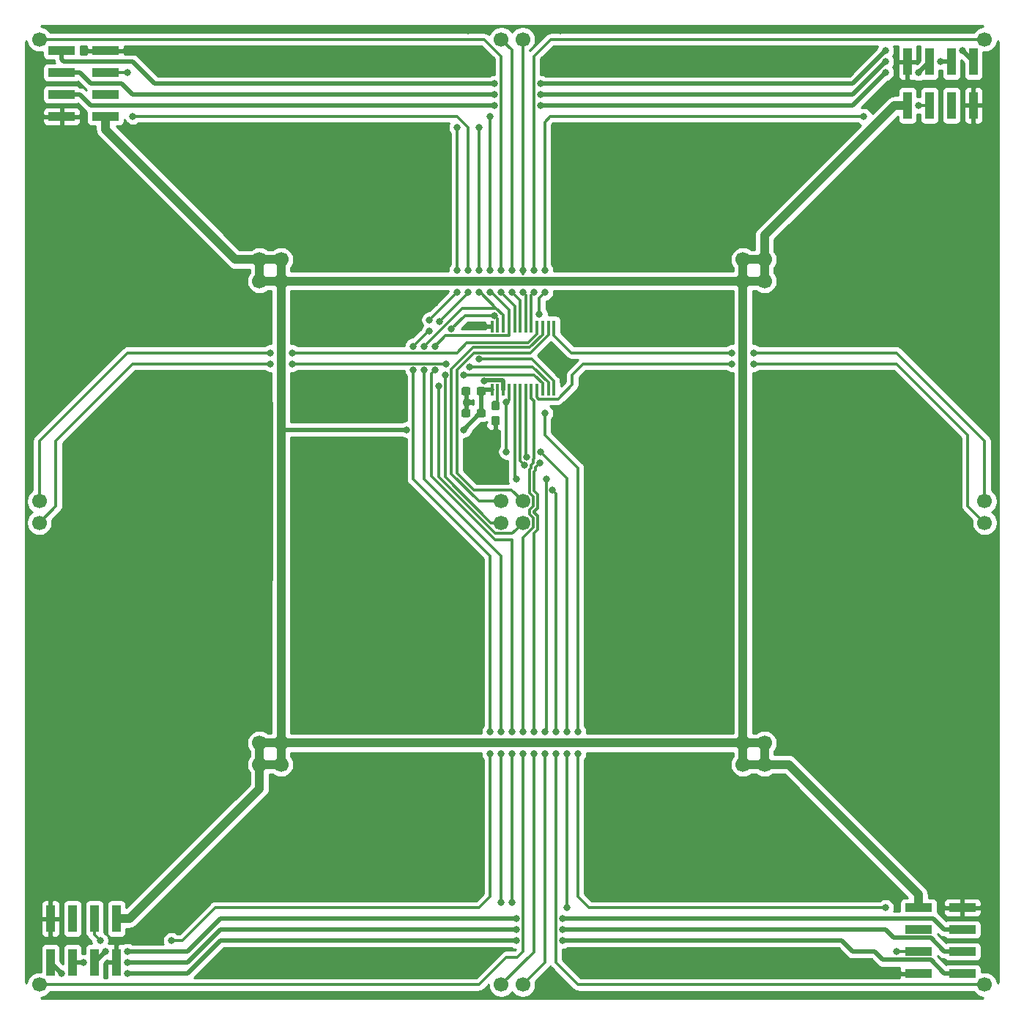
<source format=gbr>
G04 #@! TF.GenerationSoftware,KiCad,Pcbnew,(5.1.5)-3*
G04 #@! TF.CreationDate,2021-04-02T02:22:22+08:00*
G04 #@! TF.ProjectId,FilamentLEDWall,46696c61-6d65-46e7-944c-454457616c6c,rev?*
G04 #@! TF.SameCoordinates,Original*
G04 #@! TF.FileFunction,Copper,L2,Bot*
G04 #@! TF.FilePolarity,Positive*
%FSLAX46Y46*%
G04 Gerber Fmt 4.6, Leading zero omitted, Abs format (unit mm)*
G04 Created by KiCad (PCBNEW (5.1.5)-3) date 2021-04-02 02:22:22*
%MOMM*%
%LPD*%
G04 APERTURE LIST*
%ADD10C,1.700000*%
%ADD11C,0.100000*%
%ADD12R,1.000000X3.150000*%
%ADD13R,3.150000X1.000000*%
%ADD14R,0.347980X1.397000*%
%ADD15C,0.800000*%
%ADD16C,0.300000*%
%ADD17C,1.000000*%
%ADD18C,0.500000*%
%ADD19C,0.254000*%
G04 APERTURE END LIST*
D10*
X113957922Y-26432078D03*
X88502078Y-51887922D03*
X60562078Y-135707922D03*
X86017922Y-110252078D03*
X169837922Y-135707922D03*
X144382078Y-110252078D03*
G04 #@! TA.AperFunction,SMDPad,CuDef*
D11*
G36*
X113555779Y-69991144D02*
G01*
X113578834Y-69994563D01*
X113601443Y-70000227D01*
X113623387Y-70008079D01*
X113644457Y-70018044D01*
X113664448Y-70030026D01*
X113683168Y-70043910D01*
X113700438Y-70059562D01*
X113716090Y-70076832D01*
X113729974Y-70095552D01*
X113741956Y-70115543D01*
X113751921Y-70136613D01*
X113759773Y-70158557D01*
X113765437Y-70181166D01*
X113768856Y-70204221D01*
X113770000Y-70227500D01*
X113770000Y-70802500D01*
X113768856Y-70825779D01*
X113765437Y-70848834D01*
X113759773Y-70871443D01*
X113751921Y-70893387D01*
X113741956Y-70914457D01*
X113729974Y-70934448D01*
X113716090Y-70953168D01*
X113700438Y-70970438D01*
X113683168Y-70986090D01*
X113664448Y-70999974D01*
X113644457Y-71011956D01*
X113623387Y-71021921D01*
X113601443Y-71029773D01*
X113578834Y-71035437D01*
X113555779Y-71038856D01*
X113532500Y-71040000D01*
X113057500Y-71040000D01*
X113034221Y-71038856D01*
X113011166Y-71035437D01*
X112988557Y-71029773D01*
X112966613Y-71021921D01*
X112945543Y-71011956D01*
X112925552Y-70999974D01*
X112906832Y-70986090D01*
X112889562Y-70970438D01*
X112873910Y-70953168D01*
X112860026Y-70934448D01*
X112848044Y-70914457D01*
X112838079Y-70893387D01*
X112830227Y-70871443D01*
X112824563Y-70848834D01*
X112821144Y-70825779D01*
X112820000Y-70802500D01*
X112820000Y-70227500D01*
X112821144Y-70204221D01*
X112824563Y-70181166D01*
X112830227Y-70158557D01*
X112838079Y-70136613D01*
X112848044Y-70115543D01*
X112860026Y-70095552D01*
X112873910Y-70076832D01*
X112889562Y-70059562D01*
X112906832Y-70043910D01*
X112925552Y-70030026D01*
X112945543Y-70018044D01*
X112966613Y-70008079D01*
X112988557Y-70000227D01*
X113011166Y-69994563D01*
X113034221Y-69991144D01*
X113057500Y-69990000D01*
X113532500Y-69990000D01*
X113555779Y-69991144D01*
G37*
G04 #@! TD.AperFunction*
G04 #@! TA.AperFunction,SMDPad,CuDef*
G36*
X113555779Y-68241144D02*
G01*
X113578834Y-68244563D01*
X113601443Y-68250227D01*
X113623387Y-68258079D01*
X113644457Y-68268044D01*
X113664448Y-68280026D01*
X113683168Y-68293910D01*
X113700438Y-68309562D01*
X113716090Y-68326832D01*
X113729974Y-68345552D01*
X113741956Y-68365543D01*
X113751921Y-68386613D01*
X113759773Y-68408557D01*
X113765437Y-68431166D01*
X113768856Y-68454221D01*
X113770000Y-68477500D01*
X113770000Y-69052500D01*
X113768856Y-69075779D01*
X113765437Y-69098834D01*
X113759773Y-69121443D01*
X113751921Y-69143387D01*
X113741956Y-69164457D01*
X113729974Y-69184448D01*
X113716090Y-69203168D01*
X113700438Y-69220438D01*
X113683168Y-69236090D01*
X113664448Y-69249974D01*
X113644457Y-69261956D01*
X113623387Y-69271921D01*
X113601443Y-69279773D01*
X113578834Y-69285437D01*
X113555779Y-69288856D01*
X113532500Y-69290000D01*
X113057500Y-69290000D01*
X113034221Y-69288856D01*
X113011166Y-69285437D01*
X112988557Y-69279773D01*
X112966613Y-69271921D01*
X112945543Y-69261956D01*
X112925552Y-69249974D01*
X112906832Y-69236090D01*
X112889562Y-69220438D01*
X112873910Y-69203168D01*
X112860026Y-69184448D01*
X112848044Y-69164457D01*
X112838079Y-69143387D01*
X112830227Y-69121443D01*
X112824563Y-69098834D01*
X112821144Y-69075779D01*
X112820000Y-69052500D01*
X112820000Y-68477500D01*
X112821144Y-68454221D01*
X112824563Y-68431166D01*
X112830227Y-68408557D01*
X112838079Y-68386613D01*
X112848044Y-68365543D01*
X112860026Y-68345552D01*
X112873910Y-68326832D01*
X112889562Y-68309562D01*
X112906832Y-68293910D01*
X112925552Y-68280026D01*
X112945543Y-68268044D01*
X112966613Y-68258079D01*
X112988557Y-68250227D01*
X113011166Y-68244563D01*
X113034221Y-68241144D01*
X113057500Y-68240000D01*
X113532500Y-68240000D01*
X113555779Y-68241144D01*
G37*
G04 #@! TD.AperFunction*
G04 #@! TA.AperFunction,SMDPad,CuDef*
G36*
X110190779Y-66626144D02*
G01*
X110213834Y-66629563D01*
X110236443Y-66635227D01*
X110258387Y-66643079D01*
X110279457Y-66653044D01*
X110299448Y-66665026D01*
X110318168Y-66678910D01*
X110335438Y-66694562D01*
X110351090Y-66711832D01*
X110364974Y-66730552D01*
X110376956Y-66750543D01*
X110386921Y-66771613D01*
X110394773Y-66793557D01*
X110400437Y-66816166D01*
X110403856Y-66839221D01*
X110405000Y-66862500D01*
X110405000Y-67337500D01*
X110403856Y-67360779D01*
X110400437Y-67383834D01*
X110394773Y-67406443D01*
X110386921Y-67428387D01*
X110376956Y-67449457D01*
X110364974Y-67469448D01*
X110351090Y-67488168D01*
X110335438Y-67505438D01*
X110318168Y-67521090D01*
X110299448Y-67534974D01*
X110279457Y-67546956D01*
X110258387Y-67556921D01*
X110236443Y-67564773D01*
X110213834Y-67570437D01*
X110190779Y-67573856D01*
X110167500Y-67575000D01*
X109592500Y-67575000D01*
X109569221Y-67573856D01*
X109546166Y-67570437D01*
X109523557Y-67564773D01*
X109501613Y-67556921D01*
X109480543Y-67546956D01*
X109460552Y-67534974D01*
X109441832Y-67521090D01*
X109424562Y-67505438D01*
X109408910Y-67488168D01*
X109395026Y-67469448D01*
X109383044Y-67449457D01*
X109373079Y-67428387D01*
X109365227Y-67406443D01*
X109359563Y-67383834D01*
X109356144Y-67360779D01*
X109355000Y-67337500D01*
X109355000Y-66862500D01*
X109356144Y-66839221D01*
X109359563Y-66816166D01*
X109365227Y-66793557D01*
X109373079Y-66771613D01*
X109383044Y-66750543D01*
X109395026Y-66730552D01*
X109408910Y-66711832D01*
X109424562Y-66694562D01*
X109441832Y-66678910D01*
X109460552Y-66665026D01*
X109480543Y-66653044D01*
X109501613Y-66643079D01*
X109523557Y-66635227D01*
X109546166Y-66629563D01*
X109569221Y-66626144D01*
X109592500Y-66625000D01*
X110167500Y-66625000D01*
X110190779Y-66626144D01*
G37*
G04 #@! TD.AperFunction*
G04 #@! TA.AperFunction,SMDPad,CuDef*
G36*
X111940779Y-66626144D02*
G01*
X111963834Y-66629563D01*
X111986443Y-66635227D01*
X112008387Y-66643079D01*
X112029457Y-66653044D01*
X112049448Y-66665026D01*
X112068168Y-66678910D01*
X112085438Y-66694562D01*
X112101090Y-66711832D01*
X112114974Y-66730552D01*
X112126956Y-66750543D01*
X112136921Y-66771613D01*
X112144773Y-66793557D01*
X112150437Y-66816166D01*
X112153856Y-66839221D01*
X112155000Y-66862500D01*
X112155000Y-67337500D01*
X112153856Y-67360779D01*
X112150437Y-67383834D01*
X112144773Y-67406443D01*
X112136921Y-67428387D01*
X112126956Y-67449457D01*
X112114974Y-67469448D01*
X112101090Y-67488168D01*
X112085438Y-67505438D01*
X112068168Y-67521090D01*
X112049448Y-67534974D01*
X112029457Y-67546956D01*
X112008387Y-67556921D01*
X111986443Y-67564773D01*
X111963834Y-67570437D01*
X111940779Y-67573856D01*
X111917500Y-67575000D01*
X111342500Y-67575000D01*
X111319221Y-67573856D01*
X111296166Y-67570437D01*
X111273557Y-67564773D01*
X111251613Y-67556921D01*
X111230543Y-67546956D01*
X111210552Y-67534974D01*
X111191832Y-67521090D01*
X111174562Y-67505438D01*
X111158910Y-67488168D01*
X111145026Y-67469448D01*
X111133044Y-67449457D01*
X111123079Y-67428387D01*
X111115227Y-67406443D01*
X111109563Y-67383834D01*
X111106144Y-67360779D01*
X111105000Y-67337500D01*
X111105000Y-66862500D01*
X111106144Y-66839221D01*
X111109563Y-66816166D01*
X111115227Y-66793557D01*
X111123079Y-66771613D01*
X111133044Y-66750543D01*
X111145026Y-66730552D01*
X111158910Y-66711832D01*
X111174562Y-66694562D01*
X111191832Y-66678910D01*
X111210552Y-66665026D01*
X111230543Y-66653044D01*
X111251613Y-66643079D01*
X111273557Y-66635227D01*
X111296166Y-66629563D01*
X111319221Y-66626144D01*
X111342500Y-66625000D01*
X111917500Y-66625000D01*
X111940779Y-66626144D01*
G37*
G04 #@! TD.AperFunction*
G04 #@! TA.AperFunction,SMDPad,CuDef*
G36*
X110190779Y-69166144D02*
G01*
X110213834Y-69169563D01*
X110236443Y-69175227D01*
X110258387Y-69183079D01*
X110279457Y-69193044D01*
X110299448Y-69205026D01*
X110318168Y-69218910D01*
X110335438Y-69234562D01*
X110351090Y-69251832D01*
X110364974Y-69270552D01*
X110376956Y-69290543D01*
X110386921Y-69311613D01*
X110394773Y-69333557D01*
X110400437Y-69356166D01*
X110403856Y-69379221D01*
X110405000Y-69402500D01*
X110405000Y-69877500D01*
X110403856Y-69900779D01*
X110400437Y-69923834D01*
X110394773Y-69946443D01*
X110386921Y-69968387D01*
X110376956Y-69989457D01*
X110364974Y-70009448D01*
X110351090Y-70028168D01*
X110335438Y-70045438D01*
X110318168Y-70061090D01*
X110299448Y-70074974D01*
X110279457Y-70086956D01*
X110258387Y-70096921D01*
X110236443Y-70104773D01*
X110213834Y-70110437D01*
X110190779Y-70113856D01*
X110167500Y-70115000D01*
X109592500Y-70115000D01*
X109569221Y-70113856D01*
X109546166Y-70110437D01*
X109523557Y-70104773D01*
X109501613Y-70096921D01*
X109480543Y-70086956D01*
X109460552Y-70074974D01*
X109441832Y-70061090D01*
X109424562Y-70045438D01*
X109408910Y-70028168D01*
X109395026Y-70009448D01*
X109383044Y-69989457D01*
X109373079Y-69968387D01*
X109365227Y-69946443D01*
X109359563Y-69923834D01*
X109356144Y-69900779D01*
X109355000Y-69877500D01*
X109355000Y-69402500D01*
X109356144Y-69379221D01*
X109359563Y-69356166D01*
X109365227Y-69333557D01*
X109373079Y-69311613D01*
X109383044Y-69290543D01*
X109395026Y-69270552D01*
X109408910Y-69251832D01*
X109424562Y-69234562D01*
X109441832Y-69218910D01*
X109460552Y-69205026D01*
X109480543Y-69193044D01*
X109501613Y-69183079D01*
X109523557Y-69175227D01*
X109546166Y-69169563D01*
X109569221Y-69166144D01*
X109592500Y-69165000D01*
X110167500Y-69165000D01*
X110190779Y-69166144D01*
G37*
G04 #@! TD.AperFunction*
G04 #@! TA.AperFunction,SMDPad,CuDef*
G36*
X111940779Y-69166144D02*
G01*
X111963834Y-69169563D01*
X111986443Y-69175227D01*
X112008387Y-69183079D01*
X112029457Y-69193044D01*
X112049448Y-69205026D01*
X112068168Y-69218910D01*
X112085438Y-69234562D01*
X112101090Y-69251832D01*
X112114974Y-69270552D01*
X112126956Y-69290543D01*
X112136921Y-69311613D01*
X112144773Y-69333557D01*
X112150437Y-69356166D01*
X112153856Y-69379221D01*
X112155000Y-69402500D01*
X112155000Y-69877500D01*
X112153856Y-69900779D01*
X112150437Y-69923834D01*
X112144773Y-69946443D01*
X112136921Y-69968387D01*
X112126956Y-69989457D01*
X112114974Y-70009448D01*
X112101090Y-70028168D01*
X112085438Y-70045438D01*
X112068168Y-70061090D01*
X112049448Y-70074974D01*
X112029457Y-70086956D01*
X112008387Y-70096921D01*
X111986443Y-70104773D01*
X111963834Y-70110437D01*
X111940779Y-70113856D01*
X111917500Y-70115000D01*
X111342500Y-70115000D01*
X111319221Y-70113856D01*
X111296166Y-70110437D01*
X111273557Y-70104773D01*
X111251613Y-70096921D01*
X111230543Y-70086956D01*
X111210552Y-70074974D01*
X111191832Y-70061090D01*
X111174562Y-70045438D01*
X111158910Y-70028168D01*
X111145026Y-70009448D01*
X111133044Y-69989457D01*
X111123079Y-69968387D01*
X111115227Y-69946443D01*
X111109563Y-69923834D01*
X111106144Y-69900779D01*
X111105000Y-69877500D01*
X111105000Y-69402500D01*
X111106144Y-69379221D01*
X111109563Y-69356166D01*
X111115227Y-69333557D01*
X111123079Y-69311613D01*
X111133044Y-69290543D01*
X111145026Y-69270552D01*
X111158910Y-69251832D01*
X111174562Y-69234562D01*
X111191832Y-69218910D01*
X111210552Y-69205026D01*
X111230543Y-69193044D01*
X111251613Y-69183079D01*
X111273557Y-69175227D01*
X111296166Y-69169563D01*
X111319221Y-69166144D01*
X111342500Y-69165000D01*
X111917500Y-69165000D01*
X111940779Y-69166144D01*
G37*
G04 #@! TD.AperFunction*
D12*
X168540000Y-34065000D03*
X168540000Y-29015000D03*
X166000000Y-34065000D03*
X166000000Y-29015000D03*
X163460000Y-34065000D03*
X163460000Y-29015000D03*
X160920000Y-34065000D03*
X160920000Y-29015000D03*
D13*
X162205000Y-134410000D03*
X167255000Y-134410000D03*
X162205000Y-131870000D03*
X167255000Y-131870000D03*
X162205000Y-129330000D03*
X167255000Y-129330000D03*
X162205000Y-126790000D03*
X167255000Y-126790000D03*
D12*
X61860000Y-128075000D03*
X61860000Y-133125000D03*
X64400000Y-128075000D03*
X64400000Y-133125000D03*
X66940000Y-128075000D03*
X66940000Y-133125000D03*
X69480000Y-128075000D03*
X69480000Y-133125000D03*
D13*
X68195000Y-27730000D03*
X63145000Y-27730000D03*
X68195000Y-30270000D03*
X63145000Y-30270000D03*
X68195000Y-32810000D03*
X63145000Y-32810000D03*
X68195000Y-35350000D03*
X63145000Y-35350000D03*
D10*
X116442078Y-135707922D03*
X141897922Y-110252078D03*
X113957922Y-135707922D03*
X88502078Y-110252078D03*
X169837922Y-82312078D03*
X144382078Y-107767922D03*
X116442078Y-82312078D03*
X141897922Y-107767922D03*
X113957922Y-82312078D03*
X88502078Y-107767922D03*
X60562078Y-82312078D03*
X86017922Y-107767922D03*
X169837922Y-79827922D03*
X144382078Y-54372078D03*
X116442078Y-79827922D03*
X141897922Y-54372078D03*
X113957922Y-79827922D03*
X88502078Y-54372078D03*
X60562078Y-79827922D03*
X86017922Y-54372078D03*
X169837922Y-26432078D03*
X144382078Y-51887922D03*
X116442078Y-26432078D03*
X141897922Y-51887922D03*
X60562078Y-26432078D03*
X86017922Y-51887922D03*
D14*
X112896220Y-66945060D03*
X113546460Y-66945060D03*
X114196700Y-66945060D03*
X114846940Y-66945060D03*
X115497180Y-66945060D03*
X116147420Y-66945060D03*
X116792580Y-66945060D03*
X117442820Y-66945060D03*
X118093060Y-66945060D03*
X118743300Y-66945060D03*
X119393540Y-66945060D03*
X120043780Y-66945060D03*
X120043780Y-59634940D03*
X119393540Y-59634940D03*
X118743300Y-59634940D03*
X118093060Y-59634940D03*
X117442820Y-59634940D03*
X116792580Y-59634940D03*
X116147420Y-59634940D03*
X115497180Y-59634940D03*
X114846940Y-59634940D03*
X114196700Y-59634940D03*
X113546460Y-59634940D03*
X112896220Y-59634940D03*
D15*
X65670000Y-27730000D03*
X70750000Y-125520000D03*
X73290000Y-122980000D03*
X75830000Y-120440000D03*
X78370000Y-117900000D03*
X80910000Y-115360000D03*
X83450000Y-112820000D03*
X162190000Y-122980000D03*
X159650000Y-120440000D03*
X157110000Y-117900000D03*
X154570000Y-115360000D03*
X152030000Y-112820000D03*
X149490000Y-110280000D03*
X159650000Y-36620000D03*
X157110000Y-39160000D03*
X154570000Y-41700000D03*
X152030000Y-44240000D03*
X149490000Y-46780000D03*
X146950000Y-49320000D03*
X159650000Y-125520000D03*
X157110000Y-122980000D03*
X154570000Y-120440000D03*
X146950000Y-112820000D03*
X149490000Y-115360000D03*
X85990000Y-115360000D03*
X83450000Y-117900000D03*
X80910000Y-120440000D03*
X78370000Y-122980000D03*
X75830000Y-125520000D03*
X73290000Y-128060000D03*
X152030000Y-117900000D03*
X154570000Y-36620000D03*
X152030000Y-39160000D03*
X149490000Y-41700000D03*
X146950000Y-44240000D03*
X144410000Y-46780000D03*
X83450000Y-49320000D03*
X80910000Y-46780000D03*
X78370000Y-44240000D03*
X75830000Y-41700000D03*
X73290000Y-39160000D03*
X70750000Y-36620000D03*
X68210000Y-39160000D03*
X70750000Y-41700000D03*
X73290000Y-44240000D03*
X75830000Y-46780000D03*
X78370000Y-49320000D03*
X80910000Y-51860000D03*
X106310000Y-44240000D03*
X121550000Y-44240000D03*
X106310000Y-41700000D03*
X106310000Y-46780000D03*
X121550000Y-41700000D03*
X121550000Y-46780000D03*
X91070000Y-51860000D03*
X93610000Y-51860000D03*
X96150000Y-51860000D03*
X98690000Y-51860000D03*
X101230000Y-51860000D03*
X103770000Y-51860000D03*
X106310000Y-51860000D03*
X106310000Y-56940000D03*
X103770000Y-56940000D03*
X101230000Y-56940000D03*
X98690000Y-56940000D03*
X96150000Y-56940000D03*
X93610000Y-56940000D03*
X91070000Y-56940000D03*
X85990000Y-56940000D03*
X85990000Y-59480000D03*
X85990000Y-67100000D03*
X85990000Y-69640000D03*
X85990000Y-72180000D03*
X91070000Y-59480000D03*
X91070000Y-67100000D03*
X91070000Y-69640000D03*
X91070000Y-74720000D03*
X85990000Y-74720000D03*
X85990000Y-77260000D03*
X91070000Y-77260000D03*
X91070000Y-79800000D03*
X85990000Y-79800000D03*
X85990000Y-82340000D03*
X91070000Y-82340000D03*
X85990000Y-84880000D03*
X91070000Y-84880000D03*
X85990000Y-87420000D03*
X91070000Y-87420000D03*
X91070000Y-89960000D03*
X85990000Y-89960000D03*
X85990000Y-92500000D03*
X91070000Y-92500000D03*
X91070000Y-95040000D03*
X85990000Y-95040000D03*
X85990000Y-97580000D03*
X91070000Y-97580000D03*
X91070000Y-100120000D03*
X85990000Y-100120000D03*
X85990000Y-102660000D03*
X91070000Y-102660000D03*
X91070000Y-105200000D03*
X85990000Y-105200000D03*
X91070000Y-110280000D03*
X93610000Y-110280000D03*
X93610000Y-105200000D03*
X96150000Y-105200000D03*
X96150000Y-110280000D03*
X98690000Y-110280000D03*
X101230000Y-105200000D03*
X98690000Y-105200000D03*
X101230000Y-110280000D03*
X103770000Y-105200000D03*
X103770000Y-110280000D03*
X106310000Y-105200000D03*
X106310000Y-110280000D03*
X108850000Y-110280000D03*
X108850000Y-105200000D03*
X111390000Y-105200000D03*
X111390000Y-110280000D03*
X124090000Y-105200000D03*
X126630000Y-105200000D03*
X129170000Y-105200000D03*
X131710000Y-105200000D03*
X131710000Y-105200000D03*
X134250000Y-105200000D03*
X136790000Y-105200000D03*
X139330000Y-105200000D03*
X124090000Y-110280000D03*
X126630000Y-110280000D03*
X129170000Y-110280000D03*
X131710000Y-110280000D03*
X134250000Y-110280000D03*
X136790000Y-110280000D03*
X139330000Y-110280000D03*
X139330000Y-102660000D03*
X139330000Y-100120000D03*
X139330000Y-97580000D03*
X139330000Y-95040000D03*
X139330000Y-92500000D03*
X139330000Y-87420000D03*
X139330000Y-89960000D03*
X139330000Y-84880000D03*
X139330000Y-82340000D03*
X139330000Y-79800000D03*
X139330000Y-77260000D03*
X144410000Y-77260000D03*
X144410000Y-79800000D03*
X144410000Y-82340000D03*
X144410000Y-84880000D03*
X144410000Y-89960000D03*
X144410000Y-92500000D03*
X144410000Y-95040000D03*
X144410000Y-97580000D03*
X144410000Y-102660000D03*
X144410000Y-100120000D03*
X144410000Y-105200000D03*
X144410000Y-87420000D03*
X146950000Y-107740000D03*
X88530000Y-112820000D03*
X144410000Y-74720000D03*
X139330000Y-74720000D03*
X139330000Y-72180000D03*
X139330000Y-69640000D03*
X139330000Y-67100000D03*
X144410000Y-67100000D03*
X144410000Y-69640000D03*
X144410000Y-72180000D03*
X139330000Y-59480000D03*
X139330000Y-56940000D03*
X144410000Y-56940000D03*
X144410000Y-59480000D03*
X141870000Y-49320000D03*
X83450000Y-54400000D03*
X139330000Y-51860000D03*
X121550000Y-56940000D03*
X124090000Y-56940000D03*
X126630000Y-56940000D03*
X129170000Y-56940000D03*
X131710000Y-56940000D03*
X134250000Y-56940000D03*
X136790000Y-56940000D03*
X136790000Y-51860000D03*
X134250000Y-51860000D03*
X131710000Y-51860000D03*
X129170000Y-51860000D03*
X126630000Y-51860000D03*
X124090000Y-51860000D03*
X121550000Y-51860000D03*
X121550000Y-49320000D03*
X106310000Y-49320000D03*
X120280000Y-63290000D03*
X112660000Y-75990000D03*
X111390000Y-74720000D03*
X83450000Y-133140000D03*
X108850000Y-133140000D03*
X126630000Y-133140000D03*
X150760000Y-133140000D03*
X111390000Y-59480000D03*
X157110000Y-34080000D03*
X110120000Y-68370000D03*
X102500000Y-67100000D03*
X102500000Y-69640000D03*
X106310000Y-82340000D03*
X110120000Y-86150000D03*
X124090000Y-86150000D03*
X124090000Y-82340000D03*
X121550000Y-72180000D03*
X110120000Y-29000000D03*
X121550000Y-29000000D03*
X130440000Y-29000000D03*
X148220000Y-29000000D03*
X99960000Y-29000000D03*
X82180000Y-29000000D03*
X164730000Y-72180000D03*
X168540000Y-68370000D03*
X160920000Y-68370000D03*
X160920000Y-55670000D03*
X64654000Y-73704000D03*
X61098000Y-69640000D03*
X125106000Y-123996000D03*
X110882000Y-124504000D03*
X119772000Y-135934000D03*
X110120000Y-25444000D03*
X120788000Y-25444000D03*
X63638000Y-25190000D03*
X167270000Y-25190000D03*
X63638000Y-136950000D03*
X167270000Y-136950000D03*
X109600000Y-71545000D03*
X103020000Y-71545000D03*
X113930000Y-55670000D03*
X113930000Y-53130000D03*
X115200000Y-55670000D03*
X115200000Y-53130000D03*
X116470000Y-55670000D03*
X116470000Y-53130000D03*
X117740000Y-55670000D03*
X117740000Y-53130000D03*
X89800000Y-62655000D03*
X87260000Y-62655000D03*
X140600000Y-62655000D03*
X143140000Y-62655000D03*
X111390000Y-63405000D03*
X107580000Y-63925000D03*
X89800000Y-63925000D03*
X87260000Y-63925000D03*
X110253891Y-64288891D03*
X107465000Y-65195000D03*
X109600000Y-65195000D03*
X106715000Y-66465000D03*
X140600000Y-63925000D03*
X143140000Y-63925000D03*
X116470000Y-109010000D03*
X116470000Y-106470000D03*
X118392079Y-75355000D03*
X117740000Y-109010000D03*
X116896644Y-74703547D03*
X117740000Y-106470000D03*
X119142079Y-77260000D03*
X119010000Y-109010000D03*
X116629256Y-75667148D03*
X119010000Y-106469994D03*
X119892079Y-78530000D03*
X120280000Y-106470000D03*
X120280000Y-109010000D03*
X115719990Y-77260000D03*
X113162168Y-58342832D03*
X118375000Y-58210000D03*
X119010000Y-55670000D03*
X119010000Y-53130000D03*
X108215000Y-59933441D03*
X105675000Y-60115000D03*
X103770000Y-61905000D03*
X103770000Y-64675000D03*
X112660000Y-106470000D03*
X112660000Y-109010000D03*
X75830000Y-130600000D03*
X67590000Y-130600000D03*
X155840000Y-35350000D03*
X162190000Y-34080000D03*
X113180000Y-32810000D03*
X118490000Y-32810000D03*
X158380000Y-29000000D03*
X164730000Y-29000000D03*
X121030000Y-129330000D03*
X115720000Y-129330000D03*
X65670000Y-133140000D03*
X112660000Y-55670000D03*
X112660000Y-53130000D03*
X112660000Y-35350000D03*
X106310000Y-61905000D03*
X106310000Y-64675000D03*
X115200000Y-106470000D03*
X115200000Y-109010000D03*
X115200000Y-126155000D03*
X70750000Y-133140000D03*
X113180000Y-31540000D03*
X118490000Y-31540000D03*
X158380000Y-27730000D03*
X167270000Y-27730000D03*
X121030000Y-130600000D03*
X115720000Y-130600000D03*
X70750000Y-134410000D03*
X63130000Y-134410000D03*
X108850000Y-36620000D03*
X108850000Y-53130000D03*
X108850000Y-55670000D03*
X105675000Y-58845000D03*
X114565000Y-68370000D03*
X114565000Y-74085000D03*
X118490000Y-74085000D03*
X121550000Y-106470000D03*
X121550000Y-109010000D03*
X121550000Y-126790000D03*
X113180000Y-34080000D03*
X118490000Y-34080000D03*
X158380000Y-30270000D03*
X162190000Y-30270000D03*
X121030000Y-128060000D03*
X115720000Y-128060000D03*
X68210000Y-131870000D03*
X111390000Y-55670000D03*
X111390000Y-53130000D03*
X111390000Y-36620000D03*
X105040000Y-61905000D03*
X105040000Y-64675000D03*
X113930000Y-106470000D03*
X113930000Y-109010000D03*
X113930000Y-126155000D03*
X70750000Y-131870000D03*
X112025000Y-65945000D03*
X106822949Y-59061390D03*
X110120000Y-55670000D03*
X110120000Y-53130000D03*
X71385000Y-35350000D03*
X70750000Y-30270000D03*
X159650000Y-131870000D03*
X158380000Y-126790000D03*
X122820000Y-109010000D03*
X122820000Y-106470000D03*
X119010000Y-69640000D03*
D16*
X111544940Y-59634940D02*
X111390000Y-59480000D01*
X112896220Y-59634940D02*
X111544940Y-59634940D01*
D17*
X86017922Y-51887922D02*
X88502078Y-51887922D01*
X88502078Y-51887922D02*
X88502078Y-54372078D01*
X88502078Y-54372078D02*
X86017922Y-54372078D01*
X86017922Y-51887922D02*
X86017922Y-54372078D01*
X141897922Y-51887922D02*
X141897922Y-54372078D01*
X141897922Y-54372078D02*
X144382078Y-54372078D01*
X144382078Y-54372078D02*
X144382078Y-51887922D01*
X144382078Y-51887922D02*
X141897922Y-51887922D01*
X141897922Y-107767922D02*
X144382078Y-107767922D01*
X144382078Y-107767922D02*
X144382078Y-110252078D01*
X144382078Y-110252078D02*
X141897922Y-110252078D01*
X141897922Y-110252078D02*
X141897922Y-107767922D01*
X88502078Y-110252078D02*
X86017922Y-110252078D01*
X86017922Y-110252078D02*
X86017922Y-107767922D01*
X88502078Y-107767922D02*
X86017922Y-107767922D01*
X88502078Y-107767922D02*
X88502078Y-110252078D01*
X88502078Y-107767922D02*
X141897922Y-107767922D01*
X141897922Y-105283766D02*
X141897922Y-107767922D01*
X141897922Y-54372078D02*
X141897922Y-105283766D01*
X88502078Y-54372078D02*
X141897922Y-54372078D01*
X159420000Y-34065000D02*
X160920000Y-34065000D01*
X144382078Y-51887922D02*
X144382078Y-49102922D01*
X144382078Y-49102922D02*
X159420000Y-34065000D01*
X68195000Y-36850000D02*
X68195000Y-35350000D01*
X86017922Y-51887922D02*
X83232922Y-51887922D01*
X83232922Y-51887922D02*
X68195000Y-36850000D01*
X70980000Y-128075000D02*
X69480000Y-128075000D01*
X86017922Y-110252078D02*
X86017922Y-113037078D01*
X86017922Y-113037078D02*
X70980000Y-128075000D01*
X162205000Y-125290000D02*
X162205000Y-126790000D01*
X144382078Y-110252078D02*
X147167078Y-110252078D01*
X147167078Y-110252078D02*
X162205000Y-125290000D01*
D18*
X111784940Y-66945060D02*
X111630000Y-67100000D01*
X112896220Y-66945060D02*
X111784940Y-66945060D01*
X111630000Y-67100000D02*
X111630000Y-69640000D01*
X111630000Y-69640000D02*
X111505000Y-69640000D01*
X111505000Y-69640000D02*
X109600000Y-71545000D01*
X103020000Y-71545000D02*
X88530000Y-71545000D01*
D17*
X88502078Y-107767922D02*
X88530000Y-71545000D01*
X88530000Y-71545000D02*
X88502078Y-54372078D01*
D16*
X115497180Y-59634940D02*
X115497180Y-57237180D01*
X115497180Y-57237180D02*
X113930000Y-55670000D01*
X113930000Y-53130000D02*
X113930000Y-28365000D01*
X111997078Y-26432078D02*
X60562078Y-26432078D01*
X113930000Y-28365000D02*
X111997078Y-26432078D01*
X116147420Y-59634940D02*
X116147420Y-56617420D01*
X116147420Y-56617420D02*
X115200000Y-55670000D01*
X115200000Y-27674156D02*
X113957922Y-26432078D01*
X115200000Y-53130000D02*
X115200000Y-27674156D01*
X116792580Y-59634940D02*
X116792580Y-55992580D01*
X116792580Y-55992580D02*
X116470000Y-55670000D01*
X116470000Y-53130000D02*
X116470000Y-53522068D01*
X116470000Y-26460000D02*
X116442078Y-26432078D01*
X116470000Y-53130000D02*
X116470000Y-26460000D01*
X117442820Y-59634940D02*
X117442820Y-55967180D01*
X117442820Y-55967180D02*
X117740000Y-55670000D01*
X117740000Y-53130000D02*
X117740000Y-28365000D01*
X119672922Y-26432078D02*
X169837922Y-26432078D01*
X117740000Y-28365000D02*
X119672922Y-26432078D01*
X117060262Y-61519990D02*
X109985010Y-61519990D01*
X118093060Y-59634940D02*
X118093060Y-60487192D01*
X118093060Y-60487192D02*
X117060262Y-61519990D01*
X109985010Y-61519990D02*
X108850000Y-62655000D01*
X108850000Y-62655000D02*
X89800000Y-62655000D01*
X87260000Y-62655000D02*
X70750000Y-62655000D01*
X60562078Y-72842922D02*
X60562078Y-79827922D01*
X70750000Y-62655000D02*
X60562078Y-72842922D01*
X118743300Y-60544072D02*
X117267372Y-62020000D01*
X118743300Y-59634940D02*
X118743300Y-60544072D01*
X117267372Y-62020000D02*
X110755000Y-62020000D01*
X110755000Y-62020000D02*
X108215000Y-64560000D01*
X108215000Y-64560000D02*
X108215000Y-76625000D01*
X111417922Y-79827922D02*
X113957922Y-79827922D01*
X108215000Y-76625000D02*
X111417922Y-79827922D01*
X117339492Y-62655000D02*
X110827120Y-62655000D01*
X119393540Y-59634940D02*
X119393540Y-60600952D01*
X119393540Y-60600952D02*
X117339492Y-62655000D01*
X108850000Y-64632120D02*
X108850000Y-76552880D01*
X110827120Y-62655000D02*
X108850000Y-64632120D01*
X108850000Y-76552880D02*
X110827120Y-78530000D01*
X115144156Y-78530000D02*
X116442078Y-79827922D01*
X110827120Y-78530000D02*
X115144156Y-78530000D01*
X120043780Y-60633440D02*
X122065340Y-62655000D01*
X120043780Y-59634940D02*
X120043780Y-60633440D01*
X122065340Y-62655000D02*
X140600000Y-62655000D01*
X143140000Y-62655000D02*
X159650000Y-62655000D01*
X169837922Y-72842922D02*
X169837922Y-79827922D01*
X159650000Y-62655000D02*
X169837922Y-72842922D01*
X117502220Y-63405000D02*
X111390000Y-63405000D01*
X120043780Y-66945060D02*
X120043780Y-65946560D01*
X120043780Y-65946560D02*
X117502220Y-63405000D01*
X107580000Y-63925000D02*
X89800000Y-63925000D01*
X62495000Y-72815000D02*
X62495000Y-80379156D01*
X62495000Y-80379156D02*
X60562078Y-82312078D01*
X87260000Y-63925000D02*
X71385000Y-63925000D01*
X71385000Y-63925000D02*
X62495000Y-72815000D01*
X117589623Y-64288891D02*
X110253891Y-64288891D01*
X119393540Y-66945060D02*
X119393540Y-66092808D01*
X119393540Y-66092808D02*
X117589623Y-64288891D01*
X112755841Y-82312078D02*
X113957922Y-82312078D01*
X107465000Y-65195000D02*
X107465000Y-77021237D01*
X107465000Y-77021237D02*
X112755841Y-82312078D01*
X118743300Y-66945060D02*
X118743300Y-66198300D01*
X118743300Y-66198300D02*
X117740000Y-65195000D01*
X117740000Y-65195000D02*
X109600000Y-65195000D01*
X115242077Y-83512079D02*
X115592079Y-83162077D01*
X115592079Y-83162077D02*
X116442078Y-82312078D01*
X113248722Y-83512079D02*
X115242077Y-83512079D01*
X106715000Y-66465000D02*
X106715000Y-76978357D01*
X106715000Y-76978357D02*
X113248722Y-83512079D01*
X120497771Y-67993561D02*
X122185000Y-66306332D01*
X118093060Y-66945060D02*
X118093060Y-67797312D01*
X118289309Y-67993561D02*
X120497771Y-67993561D01*
X118093060Y-67797312D02*
X118289309Y-67993561D01*
X122185000Y-66306332D02*
X122185000Y-65195000D01*
X122185000Y-65195000D02*
X123455000Y-63925000D01*
X123455000Y-63925000D02*
X140600000Y-63925000D01*
X143140000Y-63925000D02*
X159650000Y-63925000D01*
X159650000Y-63925000D02*
X167905000Y-72180000D01*
X167905000Y-80379156D02*
X169837922Y-82312078D01*
X167905000Y-72180000D02*
X167905000Y-80379156D01*
X60562078Y-135707922D02*
X111362078Y-135707922D01*
X114565000Y-132505000D02*
X115835000Y-132505000D01*
X111362078Y-135707922D02*
X114565000Y-132505000D01*
X115835000Y-132505000D02*
X116470000Y-131870000D01*
X116470000Y-131870000D02*
X116470000Y-109010000D01*
X117442820Y-67943560D02*
X117442820Y-66945060D01*
X117740000Y-68240740D02*
X117442820Y-67943560D01*
X117740000Y-74897077D02*
X117740000Y-68240740D01*
X117642078Y-74994999D02*
X117740000Y-74897077D01*
X117239989Y-81333987D02*
X117239989Y-80806013D01*
X117642079Y-82888079D02*
X117642079Y-81736077D01*
X117642078Y-75397879D02*
X117642078Y-74994999D01*
X117239989Y-80806013D02*
X117642079Y-80403923D01*
X117642079Y-81736077D02*
X117239989Y-81333987D01*
X117239989Y-76166417D02*
X117379257Y-76027149D01*
X116470000Y-106470000D02*
X116470000Y-84060158D01*
X116470000Y-84060158D02*
X117642079Y-82888079D01*
X117642079Y-80403923D02*
X117642079Y-79251921D01*
X117379257Y-75660700D02*
X117642078Y-75397879D01*
X117642079Y-79251921D02*
X117239989Y-78849831D01*
X117379257Y-76027149D02*
X117379257Y-75660700D01*
X117239989Y-78849831D02*
X117239989Y-76166417D01*
X117740000Y-131925844D02*
X113957922Y-135707922D01*
X117740000Y-109010000D02*
X117740000Y-131925844D01*
X116792580Y-74599483D02*
X116896644Y-74703547D01*
X116792580Y-66945060D02*
X116792580Y-74599483D01*
X117740000Y-83497280D02*
X117740000Y-106470000D01*
X118142090Y-81528966D02*
X118142090Y-83095190D01*
X117740000Y-81126876D02*
X118142090Y-81528966D01*
X117740000Y-81013124D02*
X117740000Y-81126876D01*
X118142090Y-80611034D02*
X117740000Y-81013124D01*
X118392079Y-75355000D02*
X117879268Y-75867811D01*
X118142090Y-83095190D02*
X117740000Y-83497280D01*
X117740000Y-78642720D02*
X118142090Y-79044810D01*
X117740000Y-76373528D02*
X117740000Y-78642720D01*
X118142090Y-79044810D02*
X118142090Y-80611034D01*
X117879268Y-75867811D02*
X117879268Y-76234260D01*
X117879268Y-76234260D02*
X117740000Y-76373528D01*
X119010000Y-133140000D02*
X116442078Y-135707922D01*
X119010000Y-109010000D02*
X119010000Y-133140000D01*
X116147420Y-67943560D02*
X116142078Y-67948902D01*
X116229257Y-75267149D02*
X116629256Y-75667148D01*
X116147420Y-66945060D02*
X116147420Y-67943560D01*
X116142078Y-67948902D02*
X116142078Y-75179970D01*
X116142078Y-75179970D02*
X116229257Y-75267149D01*
X119142079Y-106337915D02*
X119010000Y-106469994D01*
X119142079Y-77260000D02*
X119142079Y-106337915D01*
X131102922Y-135707922D02*
X169837922Y-135707922D01*
X122847922Y-135707922D02*
X131102922Y-135707922D01*
X120280000Y-109010000D02*
X120280000Y-133140000D01*
X120280000Y-133140000D02*
X122847922Y-135707922D01*
X115497180Y-66945060D02*
X115497180Y-77037190D01*
X115497180Y-77037190D02*
X115719990Y-77260000D01*
X120280000Y-78917921D02*
X120280000Y-106470000D01*
X119892079Y-78530000D02*
X120280000Y-78917921D01*
X113546460Y-59634940D02*
X113546460Y-58727124D01*
X113546460Y-58727124D02*
X113162168Y-58342832D01*
X118375000Y-58210000D02*
X118375000Y-56305000D01*
X118375000Y-56305000D02*
X119010000Y-55670000D01*
X119010000Y-53130000D02*
X119010000Y-35985000D01*
X119645000Y-35350000D02*
X155205000Y-35350000D01*
X119010000Y-35985000D02*
X119645000Y-35350000D01*
X113162168Y-58342832D02*
X109805609Y-58342832D01*
X109805609Y-58342832D02*
X108215000Y-59933441D01*
X105675000Y-60115000D02*
X105560000Y-60115000D01*
X105560000Y-60115000D02*
X103770000Y-61905000D01*
X103770000Y-64675000D02*
X103770000Y-77260000D01*
X103770000Y-77260000D02*
X112660000Y-86150000D01*
X112660000Y-86150000D02*
X112660000Y-106470000D01*
X111390000Y-126790000D02*
X80910000Y-126790000D01*
X112660000Y-109010000D02*
X112660000Y-125520000D01*
X112660000Y-125520000D02*
X111390000Y-126790000D01*
X80910000Y-126790000D02*
X77100000Y-130600000D01*
X66940000Y-129950000D02*
X66940000Y-128075000D01*
X67590000Y-130600000D02*
X66940000Y-129950000D01*
X77100000Y-130600000D02*
X75830000Y-130600000D01*
X155205000Y-35350000D02*
X155840000Y-35350000D01*
X163445000Y-34080000D02*
X163460000Y-34065000D01*
X162190000Y-34080000D02*
X163445000Y-34080000D01*
D18*
X118490000Y-32810000D02*
X153935000Y-32810000D01*
X153935000Y-32810000D02*
X154570000Y-32810000D01*
X154570000Y-32810000D02*
X158380000Y-29000000D01*
X165985000Y-29000000D02*
X166000000Y-29015000D01*
X164730000Y-29000000D02*
X165985000Y-29000000D01*
X165180000Y-131870000D02*
X163590001Y-130280001D01*
X159330001Y-130280001D02*
X158380000Y-129330000D01*
X163590001Y-130280001D02*
X159330001Y-130280001D01*
X158380000Y-129330000D02*
X156475000Y-129330000D01*
X167255000Y-131870000D02*
X165180000Y-131870000D01*
X156475000Y-129330000D02*
X121030000Y-129330000D01*
X64415000Y-133140000D02*
X64400000Y-133125000D01*
X65670000Y-133140000D02*
X64415000Y-133140000D01*
D16*
X114846940Y-59634940D02*
X114846940Y-57696942D01*
X112819998Y-55670000D02*
X112660000Y-55670000D01*
X114846940Y-57696942D02*
X112819998Y-55670000D01*
X112660000Y-53130000D02*
X112660000Y-35350000D01*
X114796939Y-60683441D02*
X107531559Y-60683441D01*
X107531559Y-60683441D02*
X106310000Y-61905000D01*
X114846940Y-59634940D02*
X114846940Y-60633440D01*
X114846940Y-60633440D02*
X114796939Y-60683441D01*
X106310000Y-64675000D02*
X105910001Y-65074999D01*
X105910001Y-76880478D02*
X113274523Y-84245000D01*
X105910001Y-65074999D02*
X105910001Y-76880478D01*
X113274523Y-84245000D02*
X115200000Y-84245000D01*
X115200000Y-84245000D02*
X115200000Y-106470000D01*
X115200000Y-109010000D02*
X115200000Y-126155000D01*
D18*
X71385000Y-32810000D02*
X113180000Y-32810000D01*
X66490000Y-31540000D02*
X70115000Y-31540000D01*
X70115000Y-31540000D02*
X71385000Y-32810000D01*
X63145000Y-30270000D02*
X65220000Y-30270000D01*
X65220000Y-30270000D02*
X66490000Y-31540000D01*
X115720000Y-129330000D02*
X81545000Y-129330000D01*
X81545000Y-129330000D02*
X77735000Y-133140000D01*
X77735000Y-133140000D02*
X70750000Y-133140000D01*
X118490000Y-31540000D02*
X153935000Y-31540000D01*
X153935000Y-31540000D02*
X154570000Y-31540000D01*
X154570000Y-31540000D02*
X157745000Y-28365000D01*
X157745000Y-28365000D02*
X158380000Y-27730000D01*
X167270000Y-27745000D02*
X168540000Y-29015000D01*
X167270000Y-27730000D02*
X167270000Y-27745000D01*
X163590001Y-132820001D02*
X158060001Y-132820001D01*
X167255000Y-134410000D02*
X165180000Y-134410000D01*
X165180000Y-134410000D02*
X163590001Y-132820001D01*
X158060001Y-132820001D02*
X157110000Y-131870000D01*
X157110000Y-131870000D02*
X156475000Y-131870000D01*
X156475000Y-131870000D02*
X154570000Y-131870000D01*
X154570000Y-131870000D02*
X153300000Y-130600000D01*
X153300000Y-130600000D02*
X121030000Y-130600000D01*
X115720000Y-130600000D02*
X81545000Y-130600000D01*
X81545000Y-130600000D02*
X77735000Y-134410000D01*
X77735000Y-134410000D02*
X70750000Y-134410000D01*
X63130000Y-134395000D02*
X61860000Y-133125000D01*
X63130000Y-134410000D02*
X63130000Y-134395000D01*
X82815000Y-31540000D02*
X113180000Y-31540000D01*
X63145000Y-28730000D02*
X63415000Y-29000000D01*
X63145000Y-27730000D02*
X63145000Y-28730000D01*
X63415000Y-29000000D02*
X71385000Y-29000000D01*
X71385000Y-29000000D02*
X73925000Y-31540000D01*
X73925000Y-31540000D02*
X82815000Y-31540000D01*
D16*
X108850000Y-36620000D02*
X108850000Y-53130000D01*
X108850000Y-55670000D02*
X105675000Y-58845000D01*
X114846940Y-68088060D02*
X114846940Y-66945060D01*
X114565000Y-68370000D02*
X114846940Y-68088060D01*
X114565000Y-68370000D02*
X114565000Y-74085000D01*
X118490000Y-74085000D02*
X121550000Y-77145000D01*
X121550000Y-77145000D02*
X121550000Y-106470000D01*
X121550000Y-109010000D02*
X121550000Y-126790000D01*
D18*
X65220000Y-32810000D02*
X66490000Y-34080000D01*
X63145000Y-32810000D02*
X65220000Y-32810000D01*
X66490000Y-34080000D02*
X76465000Y-34080000D01*
X76465000Y-34080000D02*
X113180000Y-34080000D01*
X118490000Y-34080000D02*
X153935000Y-34080000D01*
X153935000Y-34080000D02*
X154570000Y-34080000D01*
X154570000Y-34080000D02*
X158380000Y-30270000D01*
X162205000Y-30270000D02*
X163460000Y-29015000D01*
X162190000Y-30270000D02*
X162205000Y-30270000D01*
X167255000Y-129330000D02*
X165180000Y-129330000D01*
X165180000Y-129330000D02*
X163910000Y-128060000D01*
X163910000Y-128060000D02*
X156475000Y-128060000D01*
X156475000Y-128060000D02*
X121030000Y-128060000D01*
X68195000Y-131870000D02*
X66940000Y-133125000D01*
X68210000Y-131870000D02*
X68195000Y-131870000D01*
D16*
X111549998Y-55670000D02*
X111390000Y-55670000D01*
X114196700Y-59634940D02*
X114196700Y-58316702D01*
X111390000Y-53130000D02*
X111390000Y-36620000D01*
X109449999Y-57495001D02*
X105040000Y-61905000D01*
X113374999Y-57495001D02*
X111549998Y-55670000D01*
X113374999Y-57495001D02*
X109449999Y-57495001D01*
X114196700Y-58316702D02*
X113374999Y-57495001D01*
X105040000Y-64675000D02*
X105040000Y-77260000D01*
X105040000Y-77260000D02*
X113930000Y-86150000D01*
X113930000Y-86150000D02*
X113930000Y-106470000D01*
X113930000Y-109010000D02*
X113930000Y-126155000D01*
D18*
X115720000Y-128060000D02*
X81545000Y-128060000D01*
X81545000Y-128060000D02*
X77735000Y-131870000D01*
X77735000Y-131870000D02*
X70750000Y-131870000D01*
D16*
X113546460Y-68513540D02*
X113546460Y-66945060D01*
X113295000Y-68765000D02*
X113546460Y-68513540D01*
D18*
X114080451Y-65796559D02*
X112173441Y-65796559D01*
X112173441Y-65796559D02*
X112025000Y-65945000D01*
X114196700Y-66945060D02*
X114196700Y-65912808D01*
X114196700Y-65912808D02*
X114080451Y-65796559D01*
D16*
X106822949Y-59061390D02*
X110120000Y-55764339D01*
X110120000Y-55764339D02*
X110120000Y-55670000D01*
X110120000Y-53130000D02*
X110120000Y-36620000D01*
X110120000Y-36620000D02*
X108850000Y-35350000D01*
X108850000Y-35350000D02*
X82180000Y-35350000D01*
X82180000Y-35350000D02*
X71385000Y-35350000D01*
X70750000Y-30270000D02*
X68195000Y-30270000D01*
X162205000Y-131870000D02*
X159650000Y-131870000D01*
X158380000Y-126790000D02*
X124090000Y-126790000D01*
X124090000Y-126790000D02*
X122820000Y-125520000D01*
X122820000Y-125520000D02*
X122820000Y-109010000D01*
X122820000Y-106470000D02*
X122820000Y-75990000D01*
X122820000Y-75990000D02*
X119010000Y-72180000D01*
X119010000Y-72180000D02*
X119010000Y-69640000D01*
D19*
G36*
X119646979Y-133606063D02*
G01*
X119697655Y-133667812D01*
X119697656Y-133667813D01*
X119722237Y-133697764D01*
X119752185Y-133722342D01*
X122265580Y-136235738D01*
X122290158Y-136265686D01*
X122320106Y-136290264D01*
X122320109Y-136290267D01*
X122323086Y-136292710D01*
X122409689Y-136363784D01*
X122546062Y-136436676D01*
X122694034Y-136481563D01*
X122708412Y-136482979D01*
X122809361Y-136492922D01*
X122809368Y-136492922D01*
X122847921Y-136496719D01*
X122886474Y-136492922D01*
X168576448Y-136492922D01*
X168684447Y-136654554D01*
X168891290Y-136861397D01*
X169134511Y-137023912D01*
X169404764Y-137135854D01*
X169656660Y-137185960D01*
X169536620Y-137306000D01*
X60863381Y-137306000D01*
X60743340Y-137185960D01*
X60995236Y-137135854D01*
X61265489Y-137023912D01*
X61508710Y-136861397D01*
X61715553Y-136654554D01*
X61823552Y-136492922D01*
X111323525Y-136492922D01*
X111362078Y-136496719D01*
X111400631Y-136492922D01*
X111400639Y-136492922D01*
X111515965Y-136481563D01*
X111663938Y-136436676D01*
X111800311Y-136363784D01*
X111919842Y-136265686D01*
X111944425Y-136235732D01*
X112472922Y-135707235D01*
X112472922Y-135854182D01*
X112529990Y-136141080D01*
X112641932Y-136411333D01*
X112804447Y-136654554D01*
X113011290Y-136861397D01*
X113254511Y-137023912D01*
X113524764Y-137135854D01*
X113811662Y-137192922D01*
X114104182Y-137192922D01*
X114391080Y-137135854D01*
X114661333Y-137023912D01*
X114904554Y-136861397D01*
X115111397Y-136654554D01*
X115200000Y-136521950D01*
X115288603Y-136654554D01*
X115495446Y-136861397D01*
X115738667Y-137023912D01*
X116008920Y-137135854D01*
X116295818Y-137192922D01*
X116588338Y-137192922D01*
X116875236Y-137135854D01*
X117145489Y-137023912D01*
X117388710Y-136861397D01*
X117595553Y-136654554D01*
X117758068Y-136411333D01*
X117870010Y-136141080D01*
X117927078Y-135854182D01*
X117927078Y-135561662D01*
X117889153Y-135371004D01*
X119537816Y-133722342D01*
X119567764Y-133697764D01*
X119592346Y-133667812D01*
X119643022Y-133606063D01*
X119645000Y-133603652D01*
X119646979Y-133606063D01*
G37*
X119646979Y-133606063D02*
X119697655Y-133667812D01*
X119697656Y-133667813D01*
X119722237Y-133697764D01*
X119752185Y-133722342D01*
X122265580Y-136235738D01*
X122290158Y-136265686D01*
X122320106Y-136290264D01*
X122320109Y-136290267D01*
X122323086Y-136292710D01*
X122409689Y-136363784D01*
X122546062Y-136436676D01*
X122694034Y-136481563D01*
X122708412Y-136482979D01*
X122809361Y-136492922D01*
X122809368Y-136492922D01*
X122847921Y-136496719D01*
X122886474Y-136492922D01*
X168576448Y-136492922D01*
X168684447Y-136654554D01*
X168891290Y-136861397D01*
X169134511Y-137023912D01*
X169404764Y-137135854D01*
X169656660Y-137185960D01*
X169536620Y-137306000D01*
X60863381Y-137306000D01*
X60743340Y-137185960D01*
X60995236Y-137135854D01*
X61265489Y-137023912D01*
X61508710Y-136861397D01*
X61715553Y-136654554D01*
X61823552Y-136492922D01*
X111323525Y-136492922D01*
X111362078Y-136496719D01*
X111400631Y-136492922D01*
X111400639Y-136492922D01*
X111515965Y-136481563D01*
X111663938Y-136436676D01*
X111800311Y-136363784D01*
X111919842Y-136265686D01*
X111944425Y-136235732D01*
X112472922Y-135707235D01*
X112472922Y-135854182D01*
X112529990Y-136141080D01*
X112641932Y-136411333D01*
X112804447Y-136654554D01*
X113011290Y-136861397D01*
X113254511Y-137023912D01*
X113524764Y-137135854D01*
X113811662Y-137192922D01*
X114104182Y-137192922D01*
X114391080Y-137135854D01*
X114661333Y-137023912D01*
X114904554Y-136861397D01*
X115111397Y-136654554D01*
X115200000Y-136521950D01*
X115288603Y-136654554D01*
X115495446Y-136861397D01*
X115738667Y-137023912D01*
X116008920Y-137135854D01*
X116295818Y-137192922D01*
X116588338Y-137192922D01*
X116875236Y-137135854D01*
X117145489Y-137023912D01*
X117388710Y-136861397D01*
X117595553Y-136654554D01*
X117758068Y-136411333D01*
X117870010Y-136141080D01*
X117927078Y-135854182D01*
X117927078Y-135561662D01*
X117889153Y-135371004D01*
X119537816Y-133722342D01*
X119567764Y-133697764D01*
X119592346Y-133667812D01*
X119643022Y-133606063D01*
X119645000Y-133603652D01*
X119646979Y-133606063D01*
G36*
X171436000Y-26733381D02*
G01*
X171436001Y-135406618D01*
X171315960Y-135526660D01*
X171265854Y-135274764D01*
X171153912Y-135004511D01*
X170991397Y-134761290D01*
X170784554Y-134554447D01*
X170541333Y-134391932D01*
X170271080Y-134279990D01*
X169984182Y-134222922D01*
X169691662Y-134222922D01*
X169468072Y-134267397D01*
X169468072Y-133910000D01*
X169455812Y-133785518D01*
X169419502Y-133665820D01*
X169360537Y-133555506D01*
X169281185Y-133458815D01*
X169184494Y-133379463D01*
X169074180Y-133320498D01*
X168954482Y-133284188D01*
X168830000Y-133271928D01*
X165680000Y-133271928D01*
X165555518Y-133284188D01*
X165435820Y-133320498D01*
X165374730Y-133353152D01*
X164415697Y-132394118D01*
X164418072Y-132370000D01*
X164418072Y-132359651D01*
X164523468Y-132465047D01*
X164551183Y-132498817D01*
X164584951Y-132526530D01*
X164584953Y-132526532D01*
X164652183Y-132581706D01*
X164685941Y-132609411D01*
X164839687Y-132691589D01*
X165006510Y-132742195D01*
X165136523Y-132755000D01*
X165136533Y-132755000D01*
X165177837Y-132759068D01*
X165228815Y-132821185D01*
X165325506Y-132900537D01*
X165435820Y-132959502D01*
X165555518Y-132995812D01*
X165680000Y-133008072D01*
X168830000Y-133008072D01*
X168954482Y-132995812D01*
X169074180Y-132959502D01*
X169184494Y-132900537D01*
X169281185Y-132821185D01*
X169360537Y-132724494D01*
X169419502Y-132614180D01*
X169455812Y-132494482D01*
X169468072Y-132370000D01*
X169468072Y-131370000D01*
X169455812Y-131245518D01*
X169419502Y-131125820D01*
X169360537Y-131015506D01*
X169281185Y-130918815D01*
X169184494Y-130839463D01*
X169074180Y-130780498D01*
X168954482Y-130744188D01*
X168830000Y-130731928D01*
X165680000Y-130731928D01*
X165555518Y-130744188D01*
X165435820Y-130780498D01*
X165374730Y-130813152D01*
X164415697Y-129854118D01*
X164418072Y-129830000D01*
X164418072Y-129819651D01*
X164523468Y-129925047D01*
X164551183Y-129958817D01*
X164584951Y-129986530D01*
X164584953Y-129986532D01*
X164606840Y-130004494D01*
X164685941Y-130069411D01*
X164839687Y-130151589D01*
X165006510Y-130202195D01*
X165136523Y-130215000D01*
X165136533Y-130215000D01*
X165177837Y-130219068D01*
X165228815Y-130281185D01*
X165325506Y-130360537D01*
X165435820Y-130419502D01*
X165555518Y-130455812D01*
X165680000Y-130468072D01*
X168830000Y-130468072D01*
X168954482Y-130455812D01*
X169074180Y-130419502D01*
X169184494Y-130360537D01*
X169281185Y-130281185D01*
X169360537Y-130184494D01*
X169419502Y-130074180D01*
X169455812Y-129954482D01*
X169468072Y-129830000D01*
X169468072Y-128830000D01*
X169455812Y-128705518D01*
X169419502Y-128585820D01*
X169360537Y-128475506D01*
X169281185Y-128378815D01*
X169184494Y-128299463D01*
X169074180Y-128240498D01*
X168954482Y-128204188D01*
X168830000Y-128191928D01*
X165680000Y-128191928D01*
X165555518Y-128204188D01*
X165435820Y-128240498D01*
X165374730Y-128273152D01*
X164566534Y-127464956D01*
X164538817Y-127431183D01*
X164414237Y-127328942D01*
X164418072Y-127290000D01*
X165041928Y-127290000D01*
X165054188Y-127414482D01*
X165090498Y-127534180D01*
X165149463Y-127644494D01*
X165228815Y-127741185D01*
X165325506Y-127820537D01*
X165435820Y-127879502D01*
X165555518Y-127915812D01*
X165680000Y-127928072D01*
X166969250Y-127925000D01*
X167128000Y-127766250D01*
X167128000Y-126917000D01*
X167382000Y-126917000D01*
X167382000Y-127766250D01*
X167540750Y-127925000D01*
X168830000Y-127928072D01*
X168954482Y-127915812D01*
X169074180Y-127879502D01*
X169184494Y-127820537D01*
X169281185Y-127741185D01*
X169360537Y-127644494D01*
X169419502Y-127534180D01*
X169455812Y-127414482D01*
X169468072Y-127290000D01*
X169465000Y-127075750D01*
X169306250Y-126917000D01*
X167382000Y-126917000D01*
X167128000Y-126917000D01*
X165203750Y-126917000D01*
X165045000Y-127075750D01*
X165041928Y-127290000D01*
X164418072Y-127290000D01*
X164418072Y-126290000D01*
X165041928Y-126290000D01*
X165045000Y-126504250D01*
X165203750Y-126663000D01*
X167128000Y-126663000D01*
X167128000Y-125813750D01*
X167382000Y-125813750D01*
X167382000Y-126663000D01*
X169306250Y-126663000D01*
X169465000Y-126504250D01*
X169468072Y-126290000D01*
X169455812Y-126165518D01*
X169419502Y-126045820D01*
X169360537Y-125935506D01*
X169281185Y-125838815D01*
X169184494Y-125759463D01*
X169074180Y-125700498D01*
X168954482Y-125664188D01*
X168830000Y-125651928D01*
X167540750Y-125655000D01*
X167382000Y-125813750D01*
X167128000Y-125813750D01*
X166969250Y-125655000D01*
X165680000Y-125651928D01*
X165555518Y-125664188D01*
X165435820Y-125700498D01*
X165325506Y-125759463D01*
X165228815Y-125838815D01*
X165149463Y-125935506D01*
X165090498Y-126045820D01*
X165054188Y-126165518D01*
X165041928Y-126290000D01*
X164418072Y-126290000D01*
X164405812Y-126165518D01*
X164369502Y-126045820D01*
X164310537Y-125935506D01*
X164231185Y-125838815D01*
X164134494Y-125759463D01*
X164024180Y-125700498D01*
X163904482Y-125664188D01*
X163780000Y-125651928D01*
X163340000Y-125651928D01*
X163340000Y-125345741D01*
X163345490Y-125289999D01*
X163340000Y-125234257D01*
X163340000Y-125234248D01*
X163323577Y-125067501D01*
X163258676Y-124853553D01*
X163153284Y-124656377D01*
X163011449Y-124483551D01*
X162968141Y-124448009D01*
X148009074Y-109488943D01*
X147973527Y-109445629D01*
X147800701Y-109303794D01*
X147603525Y-109198402D01*
X147389577Y-109133501D01*
X147222830Y-109117078D01*
X147222829Y-109117078D01*
X147167078Y-109111587D01*
X147111327Y-109117078D01*
X145517078Y-109117078D01*
X145517078Y-108733029D01*
X145535553Y-108714554D01*
X145698068Y-108471333D01*
X145810010Y-108201080D01*
X145867078Y-107914182D01*
X145867078Y-107621662D01*
X145810010Y-107334764D01*
X145698068Y-107064511D01*
X145535553Y-106821290D01*
X145328710Y-106614447D01*
X145085489Y-106451932D01*
X144815236Y-106339990D01*
X144528338Y-106282922D01*
X144235818Y-106282922D01*
X143948920Y-106339990D01*
X143678667Y-106451932D01*
X143435446Y-106614447D01*
X143416971Y-106632922D01*
X143032922Y-106632922D01*
X143032922Y-64958978D01*
X143038061Y-64960000D01*
X143241939Y-64960000D01*
X143441898Y-64920226D01*
X143630256Y-64842205D01*
X143799774Y-64728937D01*
X143818711Y-64710000D01*
X159324843Y-64710000D01*
X167120000Y-72505158D01*
X167120001Y-80340593D01*
X167116203Y-80379156D01*
X167131359Y-80533042D01*
X167176246Y-80681015D01*
X167192415Y-80711265D01*
X167249139Y-80817389D01*
X167269465Y-80842156D01*
X167322655Y-80906968D01*
X167322659Y-80906972D01*
X167347237Y-80936920D01*
X167377185Y-80961498D01*
X168390847Y-81975160D01*
X168352922Y-82165818D01*
X168352922Y-82458338D01*
X168409990Y-82745236D01*
X168521932Y-83015489D01*
X168684447Y-83258710D01*
X168891290Y-83465553D01*
X169134511Y-83628068D01*
X169404764Y-83740010D01*
X169691662Y-83797078D01*
X169984182Y-83797078D01*
X170271080Y-83740010D01*
X170541333Y-83628068D01*
X170784554Y-83465553D01*
X170991397Y-83258710D01*
X171153912Y-83015489D01*
X171265854Y-82745236D01*
X171322922Y-82458338D01*
X171322922Y-82165818D01*
X171265854Y-81878920D01*
X171153912Y-81608667D01*
X170991397Y-81365446D01*
X170784554Y-81158603D01*
X170651950Y-81070000D01*
X170784554Y-80981397D01*
X170991397Y-80774554D01*
X171153912Y-80531333D01*
X171265854Y-80261080D01*
X171322922Y-79974182D01*
X171322922Y-79681662D01*
X171265854Y-79394764D01*
X171153912Y-79124511D01*
X170991397Y-78881290D01*
X170784554Y-78674447D01*
X170622922Y-78566448D01*
X170622922Y-72881474D01*
X170626719Y-72842921D01*
X170622922Y-72804368D01*
X170622922Y-72804361D01*
X170611563Y-72689035D01*
X170610488Y-72685489D01*
X170601116Y-72654594D01*
X170566676Y-72541062D01*
X170493784Y-72404689D01*
X170444372Y-72344481D01*
X170420267Y-72315109D01*
X170420264Y-72315106D01*
X170395686Y-72285158D01*
X170365739Y-72260581D01*
X160232345Y-62127188D01*
X160207764Y-62097236D01*
X160088233Y-61999138D01*
X159951860Y-61926246D01*
X159803887Y-61881359D01*
X159688561Y-61870000D01*
X159688553Y-61870000D01*
X159650000Y-61866203D01*
X159611447Y-61870000D01*
X143818711Y-61870000D01*
X143799774Y-61851063D01*
X143630256Y-61737795D01*
X143441898Y-61659774D01*
X143241939Y-61620000D01*
X143038061Y-61620000D01*
X143032922Y-61621022D01*
X143032922Y-55507078D01*
X143416971Y-55507078D01*
X143435446Y-55525553D01*
X143678667Y-55688068D01*
X143948920Y-55800010D01*
X144235818Y-55857078D01*
X144528338Y-55857078D01*
X144815236Y-55800010D01*
X145085489Y-55688068D01*
X145328710Y-55525553D01*
X145535553Y-55318710D01*
X145698068Y-55075489D01*
X145810010Y-54805236D01*
X145867078Y-54518338D01*
X145867078Y-54225818D01*
X145810010Y-53938920D01*
X145698068Y-53668667D01*
X145535553Y-53425446D01*
X145517078Y-53406971D01*
X145517078Y-52853029D01*
X145535553Y-52834554D01*
X145698068Y-52591333D01*
X145810010Y-52321080D01*
X145867078Y-52034182D01*
X145867078Y-51741662D01*
X145810010Y-51454764D01*
X145698068Y-51184511D01*
X145535553Y-50941290D01*
X145517078Y-50922815D01*
X145517078Y-49573053D01*
X159781928Y-35308204D01*
X159781928Y-35640000D01*
X159794188Y-35764482D01*
X159830498Y-35884180D01*
X159889463Y-35994494D01*
X159968815Y-36091185D01*
X160065506Y-36170537D01*
X160175820Y-36229502D01*
X160295518Y-36265812D01*
X160420000Y-36278072D01*
X161420000Y-36278072D01*
X161544482Y-36265812D01*
X161664180Y-36229502D01*
X161774494Y-36170537D01*
X161871185Y-36091185D01*
X161950537Y-35994494D01*
X162009502Y-35884180D01*
X162045812Y-35764482D01*
X162058072Y-35640000D01*
X162058072Y-35109035D01*
X162088061Y-35115000D01*
X162291939Y-35115000D01*
X162321928Y-35109035D01*
X162321928Y-35640000D01*
X162334188Y-35764482D01*
X162370498Y-35884180D01*
X162429463Y-35994494D01*
X162508815Y-36091185D01*
X162605506Y-36170537D01*
X162715820Y-36229502D01*
X162835518Y-36265812D01*
X162960000Y-36278072D01*
X163960000Y-36278072D01*
X164084482Y-36265812D01*
X164204180Y-36229502D01*
X164314494Y-36170537D01*
X164411185Y-36091185D01*
X164490537Y-35994494D01*
X164549502Y-35884180D01*
X164585812Y-35764482D01*
X164598072Y-35640000D01*
X164598072Y-32490000D01*
X164861928Y-32490000D01*
X164861928Y-35640000D01*
X164874188Y-35764482D01*
X164910498Y-35884180D01*
X164969463Y-35994494D01*
X165048815Y-36091185D01*
X165145506Y-36170537D01*
X165255820Y-36229502D01*
X165375518Y-36265812D01*
X165500000Y-36278072D01*
X166500000Y-36278072D01*
X166624482Y-36265812D01*
X166744180Y-36229502D01*
X166854494Y-36170537D01*
X166951185Y-36091185D01*
X167030537Y-35994494D01*
X167089502Y-35884180D01*
X167125812Y-35764482D01*
X167138072Y-35640000D01*
X167401928Y-35640000D01*
X167414188Y-35764482D01*
X167450498Y-35884180D01*
X167509463Y-35994494D01*
X167588815Y-36091185D01*
X167685506Y-36170537D01*
X167795820Y-36229502D01*
X167915518Y-36265812D01*
X168040000Y-36278072D01*
X168254250Y-36275000D01*
X168413000Y-36116250D01*
X168413000Y-34192000D01*
X168667000Y-34192000D01*
X168667000Y-36116250D01*
X168825750Y-36275000D01*
X169040000Y-36278072D01*
X169164482Y-36265812D01*
X169284180Y-36229502D01*
X169394494Y-36170537D01*
X169491185Y-36091185D01*
X169570537Y-35994494D01*
X169629502Y-35884180D01*
X169665812Y-35764482D01*
X169678072Y-35640000D01*
X169675000Y-34350750D01*
X169516250Y-34192000D01*
X168667000Y-34192000D01*
X168413000Y-34192000D01*
X167563750Y-34192000D01*
X167405000Y-34350750D01*
X167401928Y-35640000D01*
X167138072Y-35640000D01*
X167138072Y-32490000D01*
X167401928Y-32490000D01*
X167405000Y-33779250D01*
X167563750Y-33938000D01*
X168413000Y-33938000D01*
X168413000Y-32013750D01*
X168667000Y-32013750D01*
X168667000Y-33938000D01*
X169516250Y-33938000D01*
X169675000Y-33779250D01*
X169678072Y-32490000D01*
X169665812Y-32365518D01*
X169629502Y-32245820D01*
X169570537Y-32135506D01*
X169491185Y-32038815D01*
X169394494Y-31959463D01*
X169284180Y-31900498D01*
X169164482Y-31864188D01*
X169040000Y-31851928D01*
X168825750Y-31855000D01*
X168667000Y-32013750D01*
X168413000Y-32013750D01*
X168254250Y-31855000D01*
X168040000Y-31851928D01*
X167915518Y-31864188D01*
X167795820Y-31900498D01*
X167685506Y-31959463D01*
X167588815Y-32038815D01*
X167509463Y-32135506D01*
X167450498Y-32245820D01*
X167414188Y-32365518D01*
X167401928Y-32490000D01*
X167138072Y-32490000D01*
X167125812Y-32365518D01*
X167089502Y-32245820D01*
X167030537Y-32135506D01*
X166951185Y-32038815D01*
X166854494Y-31959463D01*
X166744180Y-31900498D01*
X166624482Y-31864188D01*
X166500000Y-31851928D01*
X165500000Y-31851928D01*
X165375518Y-31864188D01*
X165255820Y-31900498D01*
X165145506Y-31959463D01*
X165048815Y-32038815D01*
X164969463Y-32135506D01*
X164910498Y-32245820D01*
X164874188Y-32365518D01*
X164861928Y-32490000D01*
X164598072Y-32490000D01*
X164585812Y-32365518D01*
X164549502Y-32245820D01*
X164490537Y-32135506D01*
X164411185Y-32038815D01*
X164314494Y-31959463D01*
X164204180Y-31900498D01*
X164084482Y-31864188D01*
X163960000Y-31851928D01*
X162960000Y-31851928D01*
X162835518Y-31864188D01*
X162715820Y-31900498D01*
X162605506Y-31959463D01*
X162508815Y-32038815D01*
X162429463Y-32135506D01*
X162370498Y-32245820D01*
X162334188Y-32365518D01*
X162321928Y-32490000D01*
X162321928Y-33050965D01*
X162291939Y-33045000D01*
X162088061Y-33045000D01*
X162058072Y-33050965D01*
X162058072Y-32490000D01*
X162045812Y-32365518D01*
X162009502Y-32245820D01*
X161950537Y-32135506D01*
X161871185Y-32038815D01*
X161774494Y-31959463D01*
X161664180Y-31900498D01*
X161544482Y-31864188D01*
X161420000Y-31851928D01*
X160420000Y-31851928D01*
X160295518Y-31864188D01*
X160175820Y-31900498D01*
X160065506Y-31959463D01*
X159968815Y-32038815D01*
X159889463Y-32135506D01*
X159830498Y-32245820D01*
X159794188Y-32365518D01*
X159781928Y-32490000D01*
X159781928Y-32930000D01*
X159475741Y-32930000D01*
X159419999Y-32924510D01*
X159364257Y-32930000D01*
X159364248Y-32930000D01*
X159197501Y-32946423D01*
X158983553Y-33011324D01*
X158786377Y-33116716D01*
X158613551Y-33258551D01*
X158578009Y-33301859D01*
X156834213Y-35045656D01*
X156757205Y-34859744D01*
X156643937Y-34690226D01*
X156499774Y-34546063D01*
X156330256Y-34432795D01*
X156141898Y-34354774D01*
X155941939Y-34315000D01*
X155738061Y-34315000D01*
X155548965Y-34352613D01*
X158625044Y-31276535D01*
X158681898Y-31265226D01*
X158870256Y-31187205D01*
X159039774Y-31073937D01*
X159183937Y-30929774D01*
X159297205Y-30760256D01*
X159367727Y-30590000D01*
X159781928Y-30590000D01*
X159794188Y-30714482D01*
X159830498Y-30834180D01*
X159889463Y-30944494D01*
X159968815Y-31041185D01*
X160065506Y-31120537D01*
X160175820Y-31179502D01*
X160295518Y-31215812D01*
X160420000Y-31228072D01*
X160634250Y-31225000D01*
X160793000Y-31066250D01*
X160793000Y-29142000D01*
X159943750Y-29142000D01*
X159785000Y-29300750D01*
X159781928Y-30590000D01*
X159367727Y-30590000D01*
X159375226Y-30571898D01*
X159415000Y-30371939D01*
X159415000Y-30168061D01*
X159375226Y-29968102D01*
X159297205Y-29779744D01*
X159200490Y-29635000D01*
X159297205Y-29490256D01*
X159375226Y-29301898D01*
X159415000Y-29101939D01*
X159415000Y-28898061D01*
X159375226Y-28698102D01*
X159297205Y-28509744D01*
X159200490Y-28365000D01*
X159297205Y-28220256D01*
X159375226Y-28031898D01*
X159415000Y-27831939D01*
X159415000Y-27628061D01*
X159375226Y-27428102D01*
X159297205Y-27239744D01*
X159282060Y-27217078D01*
X159824049Y-27217078D01*
X159794188Y-27315518D01*
X159781928Y-27440000D01*
X159785000Y-28729250D01*
X159943750Y-28888000D01*
X160793000Y-28888000D01*
X160793000Y-28868000D01*
X161047000Y-28868000D01*
X161047000Y-28888000D01*
X161896250Y-28888000D01*
X162055000Y-28729250D01*
X162058072Y-27440000D01*
X162045812Y-27315518D01*
X162015951Y-27217078D01*
X162364049Y-27217078D01*
X162334188Y-27315518D01*
X162321928Y-27440000D01*
X162321928Y-28901493D01*
X161988836Y-29234586D01*
X161896250Y-29142000D01*
X161047000Y-29142000D01*
X161047000Y-31066250D01*
X161205750Y-31225000D01*
X161420000Y-31228072D01*
X161544482Y-31215812D01*
X161664180Y-31179502D01*
X161677533Y-31172364D01*
X161699744Y-31187205D01*
X161888102Y-31265226D01*
X162088061Y-31305000D01*
X162291939Y-31305000D01*
X162491898Y-31265226D01*
X162680256Y-31187205D01*
X162702467Y-31172364D01*
X162715820Y-31179502D01*
X162835518Y-31215812D01*
X162960000Y-31228072D01*
X163960000Y-31228072D01*
X164084482Y-31215812D01*
X164204180Y-31179502D01*
X164314494Y-31120537D01*
X164411185Y-31041185D01*
X164490537Y-30944494D01*
X164549502Y-30834180D01*
X164585812Y-30714482D01*
X164598072Y-30590000D01*
X164598072Y-30029035D01*
X164628061Y-30035000D01*
X164831939Y-30035000D01*
X164861928Y-30029035D01*
X164861928Y-30590000D01*
X164874188Y-30714482D01*
X164910498Y-30834180D01*
X164969463Y-30944494D01*
X165048815Y-31041185D01*
X165145506Y-31120537D01*
X165255820Y-31179502D01*
X165375518Y-31215812D01*
X165500000Y-31228072D01*
X166500000Y-31228072D01*
X166624482Y-31215812D01*
X166744180Y-31179502D01*
X166854494Y-31120537D01*
X166951185Y-31041185D01*
X167030537Y-30944494D01*
X167089502Y-30834180D01*
X167125812Y-30714482D01*
X167138072Y-30590000D01*
X167138072Y-28864650D01*
X167401928Y-29128507D01*
X167401928Y-30590000D01*
X167414188Y-30714482D01*
X167450498Y-30834180D01*
X167509463Y-30944494D01*
X167588815Y-31041185D01*
X167685506Y-31120537D01*
X167795820Y-31179502D01*
X167915518Y-31215812D01*
X168040000Y-31228072D01*
X169040000Y-31228072D01*
X169164482Y-31215812D01*
X169284180Y-31179502D01*
X169394494Y-31120537D01*
X169491185Y-31041185D01*
X169570537Y-30944494D01*
X169629502Y-30834180D01*
X169665812Y-30714482D01*
X169678072Y-30590000D01*
X169678072Y-27914375D01*
X169691662Y-27917078D01*
X169984182Y-27917078D01*
X170271080Y-27860010D01*
X170541333Y-27748068D01*
X170784554Y-27585553D01*
X170991397Y-27378710D01*
X171153912Y-27135489D01*
X171265854Y-26865236D01*
X171315960Y-26613340D01*
X171436000Y-26733381D01*
G37*
X171436000Y-26733381D02*
X171436001Y-135406618D01*
X171315960Y-135526660D01*
X171265854Y-135274764D01*
X171153912Y-135004511D01*
X170991397Y-134761290D01*
X170784554Y-134554447D01*
X170541333Y-134391932D01*
X170271080Y-134279990D01*
X169984182Y-134222922D01*
X169691662Y-134222922D01*
X169468072Y-134267397D01*
X169468072Y-133910000D01*
X169455812Y-133785518D01*
X169419502Y-133665820D01*
X169360537Y-133555506D01*
X169281185Y-133458815D01*
X169184494Y-133379463D01*
X169074180Y-133320498D01*
X168954482Y-133284188D01*
X168830000Y-133271928D01*
X165680000Y-133271928D01*
X165555518Y-133284188D01*
X165435820Y-133320498D01*
X165374730Y-133353152D01*
X164415697Y-132394118D01*
X164418072Y-132370000D01*
X164418072Y-132359651D01*
X164523468Y-132465047D01*
X164551183Y-132498817D01*
X164584951Y-132526530D01*
X164584953Y-132526532D01*
X164652183Y-132581706D01*
X164685941Y-132609411D01*
X164839687Y-132691589D01*
X165006510Y-132742195D01*
X165136523Y-132755000D01*
X165136533Y-132755000D01*
X165177837Y-132759068D01*
X165228815Y-132821185D01*
X165325506Y-132900537D01*
X165435820Y-132959502D01*
X165555518Y-132995812D01*
X165680000Y-133008072D01*
X168830000Y-133008072D01*
X168954482Y-132995812D01*
X169074180Y-132959502D01*
X169184494Y-132900537D01*
X169281185Y-132821185D01*
X169360537Y-132724494D01*
X169419502Y-132614180D01*
X169455812Y-132494482D01*
X169468072Y-132370000D01*
X169468072Y-131370000D01*
X169455812Y-131245518D01*
X169419502Y-131125820D01*
X169360537Y-131015506D01*
X169281185Y-130918815D01*
X169184494Y-130839463D01*
X169074180Y-130780498D01*
X168954482Y-130744188D01*
X168830000Y-130731928D01*
X165680000Y-130731928D01*
X165555518Y-130744188D01*
X165435820Y-130780498D01*
X165374730Y-130813152D01*
X164415697Y-129854118D01*
X164418072Y-129830000D01*
X164418072Y-129819651D01*
X164523468Y-129925047D01*
X164551183Y-129958817D01*
X164584951Y-129986530D01*
X164584953Y-129986532D01*
X164606840Y-130004494D01*
X164685941Y-130069411D01*
X164839687Y-130151589D01*
X165006510Y-130202195D01*
X165136523Y-130215000D01*
X165136533Y-130215000D01*
X165177837Y-130219068D01*
X165228815Y-130281185D01*
X165325506Y-130360537D01*
X165435820Y-130419502D01*
X165555518Y-130455812D01*
X165680000Y-130468072D01*
X168830000Y-130468072D01*
X168954482Y-130455812D01*
X169074180Y-130419502D01*
X169184494Y-130360537D01*
X169281185Y-130281185D01*
X169360537Y-130184494D01*
X169419502Y-130074180D01*
X169455812Y-129954482D01*
X169468072Y-129830000D01*
X169468072Y-128830000D01*
X169455812Y-128705518D01*
X169419502Y-128585820D01*
X169360537Y-128475506D01*
X169281185Y-128378815D01*
X169184494Y-128299463D01*
X169074180Y-128240498D01*
X168954482Y-128204188D01*
X168830000Y-128191928D01*
X165680000Y-128191928D01*
X165555518Y-128204188D01*
X165435820Y-128240498D01*
X165374730Y-128273152D01*
X164566534Y-127464956D01*
X164538817Y-127431183D01*
X164414237Y-127328942D01*
X164418072Y-127290000D01*
X165041928Y-127290000D01*
X165054188Y-127414482D01*
X165090498Y-127534180D01*
X165149463Y-127644494D01*
X165228815Y-127741185D01*
X165325506Y-127820537D01*
X165435820Y-127879502D01*
X165555518Y-127915812D01*
X165680000Y-127928072D01*
X166969250Y-127925000D01*
X167128000Y-127766250D01*
X167128000Y-126917000D01*
X167382000Y-126917000D01*
X167382000Y-127766250D01*
X167540750Y-127925000D01*
X168830000Y-127928072D01*
X168954482Y-127915812D01*
X169074180Y-127879502D01*
X169184494Y-127820537D01*
X169281185Y-127741185D01*
X169360537Y-127644494D01*
X169419502Y-127534180D01*
X169455812Y-127414482D01*
X169468072Y-127290000D01*
X169465000Y-127075750D01*
X169306250Y-126917000D01*
X167382000Y-126917000D01*
X167128000Y-126917000D01*
X165203750Y-126917000D01*
X165045000Y-127075750D01*
X165041928Y-127290000D01*
X164418072Y-127290000D01*
X164418072Y-126290000D01*
X165041928Y-126290000D01*
X165045000Y-126504250D01*
X165203750Y-126663000D01*
X167128000Y-126663000D01*
X167128000Y-125813750D01*
X167382000Y-125813750D01*
X167382000Y-126663000D01*
X169306250Y-126663000D01*
X169465000Y-126504250D01*
X169468072Y-126290000D01*
X169455812Y-126165518D01*
X169419502Y-126045820D01*
X169360537Y-125935506D01*
X169281185Y-125838815D01*
X169184494Y-125759463D01*
X169074180Y-125700498D01*
X168954482Y-125664188D01*
X168830000Y-125651928D01*
X167540750Y-125655000D01*
X167382000Y-125813750D01*
X167128000Y-125813750D01*
X166969250Y-125655000D01*
X165680000Y-125651928D01*
X165555518Y-125664188D01*
X165435820Y-125700498D01*
X165325506Y-125759463D01*
X165228815Y-125838815D01*
X165149463Y-125935506D01*
X165090498Y-126045820D01*
X165054188Y-126165518D01*
X165041928Y-126290000D01*
X164418072Y-126290000D01*
X164405812Y-126165518D01*
X164369502Y-126045820D01*
X164310537Y-125935506D01*
X164231185Y-125838815D01*
X164134494Y-125759463D01*
X164024180Y-125700498D01*
X163904482Y-125664188D01*
X163780000Y-125651928D01*
X163340000Y-125651928D01*
X163340000Y-125345741D01*
X163345490Y-125289999D01*
X163340000Y-125234257D01*
X163340000Y-125234248D01*
X163323577Y-125067501D01*
X163258676Y-124853553D01*
X163153284Y-124656377D01*
X163011449Y-124483551D01*
X162968141Y-124448009D01*
X148009074Y-109488943D01*
X147973527Y-109445629D01*
X147800701Y-109303794D01*
X147603525Y-109198402D01*
X147389577Y-109133501D01*
X147222830Y-109117078D01*
X147222829Y-109117078D01*
X147167078Y-109111587D01*
X147111327Y-109117078D01*
X145517078Y-109117078D01*
X145517078Y-108733029D01*
X145535553Y-108714554D01*
X145698068Y-108471333D01*
X145810010Y-108201080D01*
X145867078Y-107914182D01*
X145867078Y-107621662D01*
X145810010Y-107334764D01*
X145698068Y-107064511D01*
X145535553Y-106821290D01*
X145328710Y-106614447D01*
X145085489Y-106451932D01*
X144815236Y-106339990D01*
X144528338Y-106282922D01*
X144235818Y-106282922D01*
X143948920Y-106339990D01*
X143678667Y-106451932D01*
X143435446Y-106614447D01*
X143416971Y-106632922D01*
X143032922Y-106632922D01*
X143032922Y-64958978D01*
X143038061Y-64960000D01*
X143241939Y-64960000D01*
X143441898Y-64920226D01*
X143630256Y-64842205D01*
X143799774Y-64728937D01*
X143818711Y-64710000D01*
X159324843Y-64710000D01*
X167120000Y-72505158D01*
X167120001Y-80340593D01*
X167116203Y-80379156D01*
X167131359Y-80533042D01*
X167176246Y-80681015D01*
X167192415Y-80711265D01*
X167249139Y-80817389D01*
X167269465Y-80842156D01*
X167322655Y-80906968D01*
X167322659Y-80906972D01*
X167347237Y-80936920D01*
X167377185Y-80961498D01*
X168390847Y-81975160D01*
X168352922Y-82165818D01*
X168352922Y-82458338D01*
X168409990Y-82745236D01*
X168521932Y-83015489D01*
X168684447Y-83258710D01*
X168891290Y-83465553D01*
X169134511Y-83628068D01*
X169404764Y-83740010D01*
X169691662Y-83797078D01*
X169984182Y-83797078D01*
X170271080Y-83740010D01*
X170541333Y-83628068D01*
X170784554Y-83465553D01*
X170991397Y-83258710D01*
X171153912Y-83015489D01*
X171265854Y-82745236D01*
X171322922Y-82458338D01*
X171322922Y-82165818D01*
X171265854Y-81878920D01*
X171153912Y-81608667D01*
X170991397Y-81365446D01*
X170784554Y-81158603D01*
X170651950Y-81070000D01*
X170784554Y-80981397D01*
X170991397Y-80774554D01*
X171153912Y-80531333D01*
X171265854Y-80261080D01*
X171322922Y-79974182D01*
X171322922Y-79681662D01*
X171265854Y-79394764D01*
X171153912Y-79124511D01*
X170991397Y-78881290D01*
X170784554Y-78674447D01*
X170622922Y-78566448D01*
X170622922Y-72881474D01*
X170626719Y-72842921D01*
X170622922Y-72804368D01*
X170622922Y-72804361D01*
X170611563Y-72689035D01*
X170610488Y-72685489D01*
X170601116Y-72654594D01*
X170566676Y-72541062D01*
X170493784Y-72404689D01*
X170444372Y-72344481D01*
X170420267Y-72315109D01*
X170420264Y-72315106D01*
X170395686Y-72285158D01*
X170365739Y-72260581D01*
X160232345Y-62127188D01*
X160207764Y-62097236D01*
X160088233Y-61999138D01*
X159951860Y-61926246D01*
X159803887Y-61881359D01*
X159688561Y-61870000D01*
X159688553Y-61870000D01*
X159650000Y-61866203D01*
X159611447Y-61870000D01*
X143818711Y-61870000D01*
X143799774Y-61851063D01*
X143630256Y-61737795D01*
X143441898Y-61659774D01*
X143241939Y-61620000D01*
X143038061Y-61620000D01*
X143032922Y-61621022D01*
X143032922Y-55507078D01*
X143416971Y-55507078D01*
X143435446Y-55525553D01*
X143678667Y-55688068D01*
X143948920Y-55800010D01*
X144235818Y-55857078D01*
X144528338Y-55857078D01*
X144815236Y-55800010D01*
X145085489Y-55688068D01*
X145328710Y-55525553D01*
X145535553Y-55318710D01*
X145698068Y-55075489D01*
X145810010Y-54805236D01*
X145867078Y-54518338D01*
X145867078Y-54225818D01*
X145810010Y-53938920D01*
X145698068Y-53668667D01*
X145535553Y-53425446D01*
X145517078Y-53406971D01*
X145517078Y-52853029D01*
X145535553Y-52834554D01*
X145698068Y-52591333D01*
X145810010Y-52321080D01*
X145867078Y-52034182D01*
X145867078Y-51741662D01*
X145810010Y-51454764D01*
X145698068Y-51184511D01*
X145535553Y-50941290D01*
X145517078Y-50922815D01*
X145517078Y-49573053D01*
X159781928Y-35308204D01*
X159781928Y-35640000D01*
X159794188Y-35764482D01*
X159830498Y-35884180D01*
X159889463Y-35994494D01*
X159968815Y-36091185D01*
X160065506Y-36170537D01*
X160175820Y-36229502D01*
X160295518Y-36265812D01*
X160420000Y-36278072D01*
X161420000Y-36278072D01*
X161544482Y-36265812D01*
X161664180Y-36229502D01*
X161774494Y-36170537D01*
X161871185Y-36091185D01*
X161950537Y-35994494D01*
X162009502Y-35884180D01*
X162045812Y-35764482D01*
X162058072Y-35640000D01*
X162058072Y-35109035D01*
X162088061Y-35115000D01*
X162291939Y-35115000D01*
X162321928Y-35109035D01*
X162321928Y-35640000D01*
X162334188Y-35764482D01*
X162370498Y-35884180D01*
X162429463Y-35994494D01*
X162508815Y-36091185D01*
X162605506Y-36170537D01*
X162715820Y-36229502D01*
X162835518Y-36265812D01*
X162960000Y-36278072D01*
X163960000Y-36278072D01*
X164084482Y-36265812D01*
X164204180Y-36229502D01*
X164314494Y-36170537D01*
X164411185Y-36091185D01*
X164490537Y-35994494D01*
X164549502Y-35884180D01*
X164585812Y-35764482D01*
X164598072Y-35640000D01*
X164598072Y-32490000D01*
X164861928Y-32490000D01*
X164861928Y-35640000D01*
X164874188Y-35764482D01*
X164910498Y-35884180D01*
X164969463Y-35994494D01*
X165048815Y-36091185D01*
X165145506Y-36170537D01*
X165255820Y-36229502D01*
X165375518Y-36265812D01*
X165500000Y-36278072D01*
X166500000Y-36278072D01*
X166624482Y-36265812D01*
X166744180Y-36229502D01*
X166854494Y-36170537D01*
X166951185Y-36091185D01*
X167030537Y-35994494D01*
X167089502Y-35884180D01*
X167125812Y-35764482D01*
X167138072Y-35640000D01*
X167401928Y-35640000D01*
X167414188Y-35764482D01*
X167450498Y-35884180D01*
X167509463Y-35994494D01*
X167588815Y-36091185D01*
X167685506Y-36170537D01*
X167795820Y-36229502D01*
X167915518Y-36265812D01*
X168040000Y-36278072D01*
X168254250Y-36275000D01*
X168413000Y-36116250D01*
X168413000Y-34192000D01*
X168667000Y-34192000D01*
X168667000Y-36116250D01*
X168825750Y-36275000D01*
X169040000Y-36278072D01*
X169164482Y-36265812D01*
X169284180Y-36229502D01*
X169394494Y-36170537D01*
X169491185Y-36091185D01*
X169570537Y-35994494D01*
X169629502Y-35884180D01*
X169665812Y-35764482D01*
X169678072Y-35640000D01*
X169675000Y-34350750D01*
X169516250Y-34192000D01*
X168667000Y-34192000D01*
X168413000Y-34192000D01*
X167563750Y-34192000D01*
X167405000Y-34350750D01*
X167401928Y-35640000D01*
X167138072Y-35640000D01*
X167138072Y-32490000D01*
X167401928Y-32490000D01*
X167405000Y-33779250D01*
X167563750Y-33938000D01*
X168413000Y-33938000D01*
X168413000Y-32013750D01*
X168667000Y-32013750D01*
X168667000Y-33938000D01*
X169516250Y-33938000D01*
X169675000Y-33779250D01*
X169678072Y-32490000D01*
X169665812Y-32365518D01*
X169629502Y-32245820D01*
X169570537Y-32135506D01*
X169491185Y-32038815D01*
X169394494Y-31959463D01*
X169284180Y-31900498D01*
X169164482Y-31864188D01*
X169040000Y-31851928D01*
X168825750Y-31855000D01*
X168667000Y-32013750D01*
X168413000Y-32013750D01*
X168254250Y-31855000D01*
X168040000Y-31851928D01*
X167915518Y-31864188D01*
X167795820Y-31900498D01*
X167685506Y-31959463D01*
X167588815Y-32038815D01*
X167509463Y-32135506D01*
X167450498Y-32245820D01*
X167414188Y-32365518D01*
X167401928Y-32490000D01*
X167138072Y-32490000D01*
X167125812Y-32365518D01*
X167089502Y-32245820D01*
X167030537Y-32135506D01*
X166951185Y-32038815D01*
X166854494Y-31959463D01*
X166744180Y-31900498D01*
X166624482Y-31864188D01*
X166500000Y-31851928D01*
X165500000Y-31851928D01*
X165375518Y-31864188D01*
X165255820Y-31900498D01*
X165145506Y-31959463D01*
X165048815Y-32038815D01*
X164969463Y-32135506D01*
X164910498Y-32245820D01*
X164874188Y-32365518D01*
X164861928Y-32490000D01*
X164598072Y-32490000D01*
X164585812Y-32365518D01*
X164549502Y-32245820D01*
X164490537Y-32135506D01*
X164411185Y-32038815D01*
X164314494Y-31959463D01*
X164204180Y-31900498D01*
X164084482Y-31864188D01*
X163960000Y-31851928D01*
X162960000Y-31851928D01*
X162835518Y-31864188D01*
X162715820Y-31900498D01*
X162605506Y-31959463D01*
X162508815Y-32038815D01*
X162429463Y-32135506D01*
X162370498Y-32245820D01*
X162334188Y-32365518D01*
X162321928Y-32490000D01*
X162321928Y-33050965D01*
X162291939Y-33045000D01*
X162088061Y-33045000D01*
X162058072Y-33050965D01*
X162058072Y-32490000D01*
X162045812Y-32365518D01*
X162009502Y-32245820D01*
X161950537Y-32135506D01*
X161871185Y-32038815D01*
X161774494Y-31959463D01*
X161664180Y-31900498D01*
X161544482Y-31864188D01*
X161420000Y-31851928D01*
X160420000Y-31851928D01*
X160295518Y-31864188D01*
X160175820Y-31900498D01*
X160065506Y-31959463D01*
X159968815Y-32038815D01*
X159889463Y-32135506D01*
X159830498Y-32245820D01*
X159794188Y-32365518D01*
X159781928Y-32490000D01*
X159781928Y-32930000D01*
X159475741Y-32930000D01*
X159419999Y-32924510D01*
X159364257Y-32930000D01*
X159364248Y-32930000D01*
X159197501Y-32946423D01*
X158983553Y-33011324D01*
X158786377Y-33116716D01*
X158613551Y-33258551D01*
X158578009Y-33301859D01*
X156834213Y-35045656D01*
X156757205Y-34859744D01*
X156643937Y-34690226D01*
X156499774Y-34546063D01*
X156330256Y-34432795D01*
X156141898Y-34354774D01*
X155941939Y-34315000D01*
X155738061Y-34315000D01*
X155548965Y-34352613D01*
X158625044Y-31276535D01*
X158681898Y-31265226D01*
X158870256Y-31187205D01*
X159039774Y-31073937D01*
X159183937Y-30929774D01*
X159297205Y-30760256D01*
X159367727Y-30590000D01*
X159781928Y-30590000D01*
X159794188Y-30714482D01*
X159830498Y-30834180D01*
X159889463Y-30944494D01*
X159968815Y-31041185D01*
X160065506Y-31120537D01*
X160175820Y-31179502D01*
X160295518Y-31215812D01*
X160420000Y-31228072D01*
X160634250Y-31225000D01*
X160793000Y-31066250D01*
X160793000Y-29142000D01*
X159943750Y-29142000D01*
X159785000Y-29300750D01*
X159781928Y-30590000D01*
X159367727Y-30590000D01*
X159375226Y-30571898D01*
X159415000Y-30371939D01*
X159415000Y-30168061D01*
X159375226Y-29968102D01*
X159297205Y-29779744D01*
X159200490Y-29635000D01*
X159297205Y-29490256D01*
X159375226Y-29301898D01*
X159415000Y-29101939D01*
X159415000Y-28898061D01*
X159375226Y-28698102D01*
X159297205Y-28509744D01*
X159200490Y-28365000D01*
X159297205Y-28220256D01*
X159375226Y-28031898D01*
X159415000Y-27831939D01*
X159415000Y-27628061D01*
X159375226Y-27428102D01*
X159297205Y-27239744D01*
X159282060Y-27217078D01*
X159824049Y-27217078D01*
X159794188Y-27315518D01*
X159781928Y-27440000D01*
X159785000Y-28729250D01*
X159943750Y-28888000D01*
X160793000Y-28888000D01*
X160793000Y-28868000D01*
X161047000Y-28868000D01*
X161047000Y-28888000D01*
X161896250Y-28888000D01*
X162055000Y-28729250D01*
X162058072Y-27440000D01*
X162045812Y-27315518D01*
X162015951Y-27217078D01*
X162364049Y-27217078D01*
X162334188Y-27315518D01*
X162321928Y-27440000D01*
X162321928Y-28901493D01*
X161988836Y-29234586D01*
X161896250Y-29142000D01*
X161047000Y-29142000D01*
X161047000Y-31066250D01*
X161205750Y-31225000D01*
X161420000Y-31228072D01*
X161544482Y-31215812D01*
X161664180Y-31179502D01*
X161677533Y-31172364D01*
X161699744Y-31187205D01*
X161888102Y-31265226D01*
X162088061Y-31305000D01*
X162291939Y-31305000D01*
X162491898Y-31265226D01*
X162680256Y-31187205D01*
X162702467Y-31172364D01*
X162715820Y-31179502D01*
X162835518Y-31215812D01*
X162960000Y-31228072D01*
X163960000Y-31228072D01*
X164084482Y-31215812D01*
X164204180Y-31179502D01*
X164314494Y-31120537D01*
X164411185Y-31041185D01*
X164490537Y-30944494D01*
X164549502Y-30834180D01*
X164585812Y-30714482D01*
X164598072Y-30590000D01*
X164598072Y-30029035D01*
X164628061Y-30035000D01*
X164831939Y-30035000D01*
X164861928Y-30029035D01*
X164861928Y-30590000D01*
X164874188Y-30714482D01*
X164910498Y-30834180D01*
X164969463Y-30944494D01*
X165048815Y-31041185D01*
X165145506Y-31120537D01*
X165255820Y-31179502D01*
X165375518Y-31215812D01*
X165500000Y-31228072D01*
X166500000Y-31228072D01*
X166624482Y-31215812D01*
X166744180Y-31179502D01*
X166854494Y-31120537D01*
X166951185Y-31041185D01*
X167030537Y-30944494D01*
X167089502Y-30834180D01*
X167125812Y-30714482D01*
X167138072Y-30590000D01*
X167138072Y-28864650D01*
X167401928Y-29128507D01*
X167401928Y-30590000D01*
X167414188Y-30714482D01*
X167450498Y-30834180D01*
X167509463Y-30944494D01*
X167588815Y-31041185D01*
X167685506Y-31120537D01*
X167795820Y-31179502D01*
X167915518Y-31215812D01*
X168040000Y-31228072D01*
X169040000Y-31228072D01*
X169164482Y-31215812D01*
X169284180Y-31179502D01*
X169394494Y-31120537D01*
X169491185Y-31041185D01*
X169570537Y-30944494D01*
X169629502Y-30834180D01*
X169665812Y-30714482D01*
X169678072Y-30590000D01*
X169678072Y-27914375D01*
X169691662Y-27917078D01*
X169984182Y-27917078D01*
X170271080Y-27860010D01*
X170541333Y-27748068D01*
X170784554Y-27585553D01*
X170991397Y-27378710D01*
X171153912Y-27135489D01*
X171265854Y-26865236D01*
X171315960Y-26613340D01*
X171436000Y-26733381D01*
G36*
X59134146Y-26865236D02*
G01*
X59246088Y-27135489D01*
X59408603Y-27378710D01*
X59615446Y-27585553D01*
X59858667Y-27748068D01*
X60128920Y-27860010D01*
X60415818Y-27917078D01*
X60708338Y-27917078D01*
X60931928Y-27872603D01*
X60931928Y-28230000D01*
X60944188Y-28354482D01*
X60980498Y-28474180D01*
X61039463Y-28584494D01*
X61118815Y-28681185D01*
X61215506Y-28760537D01*
X61325820Y-28819502D01*
X61445518Y-28855812D01*
X61570000Y-28868072D01*
X62269317Y-28868072D01*
X62272805Y-28903490D01*
X62323412Y-29070313D01*
X62356346Y-29131928D01*
X61570000Y-29131928D01*
X61445518Y-29144188D01*
X61325820Y-29180498D01*
X61215506Y-29239463D01*
X61118815Y-29318815D01*
X61039463Y-29415506D01*
X60980498Y-29525820D01*
X60944188Y-29645518D01*
X60931928Y-29770000D01*
X60931928Y-30770000D01*
X60944188Y-30894482D01*
X60980498Y-31014180D01*
X61039463Y-31124494D01*
X61118815Y-31221185D01*
X61215506Y-31300537D01*
X61325820Y-31359502D01*
X61445518Y-31395812D01*
X61570000Y-31408072D01*
X64720000Y-31408072D01*
X64844482Y-31395812D01*
X64964180Y-31359502D01*
X65025270Y-31326848D01*
X65833470Y-32135049D01*
X65861183Y-32168817D01*
X65894951Y-32196530D01*
X65894953Y-32196532D01*
X65955011Y-32245820D01*
X65985763Y-32271058D01*
X65981928Y-32310000D01*
X65981928Y-32320350D01*
X65876532Y-32214954D01*
X65848817Y-32181183D01*
X65714059Y-32070589D01*
X65560313Y-31988411D01*
X65393490Y-31937805D01*
X65263477Y-31925000D01*
X65263469Y-31925000D01*
X65222163Y-31920932D01*
X65171185Y-31858815D01*
X65074494Y-31779463D01*
X64964180Y-31720498D01*
X64844482Y-31684188D01*
X64720000Y-31671928D01*
X61570000Y-31671928D01*
X61445518Y-31684188D01*
X61325820Y-31720498D01*
X61215506Y-31779463D01*
X61118815Y-31858815D01*
X61039463Y-31955506D01*
X60980498Y-32065820D01*
X60944188Y-32185518D01*
X60931928Y-32310000D01*
X60931928Y-33310000D01*
X60944188Y-33434482D01*
X60980498Y-33554180D01*
X61039463Y-33664494D01*
X61118815Y-33761185D01*
X61215506Y-33840537D01*
X61325820Y-33899502D01*
X61445518Y-33935812D01*
X61570000Y-33948072D01*
X64720000Y-33948072D01*
X64844482Y-33935812D01*
X64964180Y-33899502D01*
X65025270Y-33866848D01*
X65833470Y-34675049D01*
X65861183Y-34708817D01*
X65894951Y-34736530D01*
X65894953Y-34736532D01*
X65962828Y-34792236D01*
X65985763Y-34811058D01*
X65981928Y-34850000D01*
X65981928Y-35850000D01*
X65994188Y-35974482D01*
X66030498Y-36094180D01*
X66089463Y-36204494D01*
X66168815Y-36301185D01*
X66265506Y-36380537D01*
X66375820Y-36439502D01*
X66495518Y-36475812D01*
X66620000Y-36488072D01*
X67060000Y-36488072D01*
X67060000Y-36794249D01*
X67054509Y-36850000D01*
X67060000Y-36905751D01*
X67076423Y-37072498D01*
X67141324Y-37286446D01*
X67246716Y-37483623D01*
X67388551Y-37656449D01*
X67431865Y-37691996D01*
X82390931Y-52651063D01*
X82426473Y-52694371D01*
X82599299Y-52836206D01*
X82796475Y-52941598D01*
X83010423Y-53006499D01*
X83177170Y-53022922D01*
X83177179Y-53022922D01*
X83232921Y-53028412D01*
X83288663Y-53022922D01*
X84882922Y-53022922D01*
X84882923Y-53406970D01*
X84864447Y-53425446D01*
X84701932Y-53668667D01*
X84589990Y-53938920D01*
X84532922Y-54225818D01*
X84532922Y-54518338D01*
X84589990Y-54805236D01*
X84701932Y-55075489D01*
X84864447Y-55318710D01*
X85071290Y-55525553D01*
X85314511Y-55688068D01*
X85584764Y-55800010D01*
X85871662Y-55857078D01*
X86164182Y-55857078D01*
X86451080Y-55800010D01*
X86721333Y-55688068D01*
X86964554Y-55525553D01*
X86983029Y-55507078D01*
X87368922Y-55507078D01*
X87378867Y-61623367D01*
X87361939Y-61620000D01*
X87158061Y-61620000D01*
X86958102Y-61659774D01*
X86769744Y-61737795D01*
X86600226Y-61851063D01*
X86581289Y-61870000D01*
X70788552Y-61870000D01*
X70749999Y-61866203D01*
X70711446Y-61870000D01*
X70711439Y-61870000D01*
X70610490Y-61879943D01*
X70596112Y-61881359D01*
X70561672Y-61891806D01*
X70448140Y-61926246D01*
X70311767Y-61999138D01*
X70286346Y-62020001D01*
X70222187Y-62072655D01*
X70222184Y-62072658D01*
X70192236Y-62097236D01*
X70167658Y-62127184D01*
X60034268Y-72260575D01*
X60004314Y-72285158D01*
X59906216Y-72404690D01*
X59833324Y-72541063D01*
X59788437Y-72689036D01*
X59777078Y-72804362D01*
X59777078Y-72804369D01*
X59773281Y-72842922D01*
X59777078Y-72881475D01*
X59777079Y-78566447D01*
X59615446Y-78674447D01*
X59408603Y-78881290D01*
X59246088Y-79124511D01*
X59134146Y-79394764D01*
X59077078Y-79681662D01*
X59077078Y-79974182D01*
X59134146Y-80261080D01*
X59246088Y-80531333D01*
X59408603Y-80774554D01*
X59615446Y-80981397D01*
X59748050Y-81070000D01*
X59615446Y-81158603D01*
X59408603Y-81365446D01*
X59246088Y-81608667D01*
X59134146Y-81878920D01*
X59077078Y-82165818D01*
X59077078Y-82458338D01*
X59134146Y-82745236D01*
X59246088Y-83015489D01*
X59408603Y-83258710D01*
X59615446Y-83465553D01*
X59858667Y-83628068D01*
X60128920Y-83740010D01*
X60415818Y-83797078D01*
X60708338Y-83797078D01*
X60995236Y-83740010D01*
X61265489Y-83628068D01*
X61508710Y-83465553D01*
X61715553Y-83258710D01*
X61878068Y-83015489D01*
X61990010Y-82745236D01*
X62047078Y-82458338D01*
X62047078Y-82165818D01*
X62009153Y-81975160D01*
X63022810Y-80961503D01*
X63052764Y-80936920D01*
X63150862Y-80817389D01*
X63223754Y-80681016D01*
X63224631Y-80678126D01*
X63268642Y-80533043D01*
X63276292Y-80455360D01*
X63280000Y-80417717D01*
X63280000Y-80417712D01*
X63283797Y-80379156D01*
X63280000Y-80340600D01*
X63280000Y-73140157D01*
X71710157Y-64710000D01*
X86581289Y-64710000D01*
X86600226Y-64728937D01*
X86769744Y-64842205D01*
X86958102Y-64920226D01*
X87158061Y-64960000D01*
X87361939Y-64960000D01*
X87384285Y-64955555D01*
X87395000Y-71545418D01*
X87367953Y-106632922D01*
X86983029Y-106632922D01*
X86964554Y-106614447D01*
X86721333Y-106451932D01*
X86451080Y-106339990D01*
X86164182Y-106282922D01*
X85871662Y-106282922D01*
X85584764Y-106339990D01*
X85314511Y-106451932D01*
X85071290Y-106614447D01*
X84864447Y-106821290D01*
X84701932Y-107064511D01*
X84589990Y-107334764D01*
X84532922Y-107621662D01*
X84532922Y-107914182D01*
X84589990Y-108201080D01*
X84701932Y-108471333D01*
X84864447Y-108714554D01*
X84882923Y-108733030D01*
X84882922Y-109286971D01*
X84864447Y-109305446D01*
X84701932Y-109548667D01*
X84589990Y-109818920D01*
X84532922Y-110105818D01*
X84532922Y-110398338D01*
X84589990Y-110685236D01*
X84701932Y-110955489D01*
X84864447Y-111198710D01*
X84882922Y-111217185D01*
X84882923Y-112566945D01*
X70618072Y-126831797D01*
X70618072Y-126500000D01*
X70605812Y-126375518D01*
X70569502Y-126255820D01*
X70510537Y-126145506D01*
X70431185Y-126048815D01*
X70334494Y-125969463D01*
X70224180Y-125910498D01*
X70104482Y-125874188D01*
X69980000Y-125861928D01*
X68980000Y-125861928D01*
X68855518Y-125874188D01*
X68735820Y-125910498D01*
X68625506Y-125969463D01*
X68528815Y-126048815D01*
X68449463Y-126145506D01*
X68390498Y-126255820D01*
X68354188Y-126375518D01*
X68341928Y-126500000D01*
X68341928Y-128050439D01*
X68339509Y-128075000D01*
X68341928Y-128099561D01*
X68341928Y-129650000D01*
X68354188Y-129774482D01*
X68390498Y-129894180D01*
X68449463Y-130004494D01*
X68528815Y-130101185D01*
X68625506Y-130180537D01*
X68735820Y-130239502D01*
X68855518Y-130275812D01*
X68980000Y-130288072D01*
X69980000Y-130288072D01*
X70104482Y-130275812D01*
X70224180Y-130239502D01*
X70334494Y-130180537D01*
X70431185Y-130101185D01*
X70510537Y-130004494D01*
X70569502Y-129894180D01*
X70605812Y-129774482D01*
X70618072Y-129650000D01*
X70618072Y-129210000D01*
X70924249Y-129210000D01*
X70980000Y-129215491D01*
X71035751Y-129210000D01*
X71035752Y-129210000D01*
X71202499Y-129193577D01*
X71416447Y-129128676D01*
X71613623Y-129023284D01*
X71786449Y-128881449D01*
X71821996Y-128838135D01*
X86781063Y-113879069D01*
X86824371Y-113843527D01*
X86966206Y-113670701D01*
X87071598Y-113473525D01*
X87136499Y-113259577D01*
X87152922Y-113092830D01*
X87152922Y-113092821D01*
X87158412Y-113037079D01*
X87152922Y-112981337D01*
X87152922Y-111387078D01*
X87536971Y-111387078D01*
X87555446Y-111405553D01*
X87798667Y-111568068D01*
X88068920Y-111680010D01*
X88355818Y-111737078D01*
X88648338Y-111737078D01*
X88935236Y-111680010D01*
X89205489Y-111568068D01*
X89448710Y-111405553D01*
X89655553Y-111198710D01*
X89818068Y-110955489D01*
X89930010Y-110685236D01*
X89987078Y-110398338D01*
X89987078Y-110105818D01*
X89930010Y-109818920D01*
X89818068Y-109548667D01*
X89655553Y-109305446D01*
X89637078Y-109286971D01*
X89637078Y-108902922D01*
X111626022Y-108902922D01*
X111625000Y-108908061D01*
X111625000Y-109111939D01*
X111664774Y-109311898D01*
X111742795Y-109500256D01*
X111856063Y-109669774D01*
X111875000Y-109688711D01*
X111875001Y-125194841D01*
X111064843Y-126005000D01*
X80948556Y-126005000D01*
X80910000Y-126001203D01*
X80871444Y-126005000D01*
X80871439Y-126005000D01*
X80831026Y-126008980D01*
X80756113Y-126016358D01*
X80635122Y-126053061D01*
X80608140Y-126061246D01*
X80471767Y-126134138D01*
X80352236Y-126232236D01*
X80327655Y-126262188D01*
X76774843Y-129815000D01*
X76508711Y-129815000D01*
X76489774Y-129796063D01*
X76320256Y-129682795D01*
X76131898Y-129604774D01*
X75931939Y-129565000D01*
X75728061Y-129565000D01*
X75528102Y-129604774D01*
X75339744Y-129682795D01*
X75170226Y-129796063D01*
X75026063Y-129940226D01*
X74912795Y-130109744D01*
X74834774Y-130298102D01*
X74795000Y-130498061D01*
X74795000Y-130701939D01*
X74834774Y-130901898D01*
X74869196Y-130985000D01*
X71288454Y-130985000D01*
X71240256Y-130952795D01*
X71051898Y-130874774D01*
X70851939Y-130835000D01*
X70648061Y-130835000D01*
X70448102Y-130874774D01*
X70259744Y-130952795D01*
X70237533Y-130967636D01*
X70224180Y-130960498D01*
X70104482Y-130924188D01*
X69980000Y-130911928D01*
X69765750Y-130915000D01*
X69607000Y-131073750D01*
X69607000Y-132998000D01*
X69627000Y-132998000D01*
X69627000Y-133252000D01*
X69607000Y-133252000D01*
X69607000Y-133272000D01*
X69353000Y-133272000D01*
X69353000Y-133252000D01*
X68503750Y-133252000D01*
X68345000Y-133410750D01*
X68341928Y-134700000D01*
X68354188Y-134824482D01*
X68384049Y-134922922D01*
X68035951Y-134922922D01*
X68065812Y-134824482D01*
X68078072Y-134700000D01*
X68078072Y-133238506D01*
X68411164Y-132905414D01*
X68503750Y-132998000D01*
X69353000Y-132998000D01*
X69353000Y-131073750D01*
X69194250Y-130915000D01*
X68980000Y-130911928D01*
X68855518Y-130924188D01*
X68735820Y-130960498D01*
X68722467Y-130967636D01*
X68700256Y-130952795D01*
X68584077Y-130904672D01*
X68585226Y-130901898D01*
X68625000Y-130701939D01*
X68625000Y-130498061D01*
X68585226Y-130298102D01*
X68507205Y-130109744D01*
X68393937Y-129940226D01*
X68249774Y-129796063D01*
X68080256Y-129682795D01*
X68075054Y-129680640D01*
X68078072Y-129650000D01*
X68078072Y-126500000D01*
X68065812Y-126375518D01*
X68029502Y-126255820D01*
X67970537Y-126145506D01*
X67891185Y-126048815D01*
X67794494Y-125969463D01*
X67684180Y-125910498D01*
X67564482Y-125874188D01*
X67440000Y-125861928D01*
X66440000Y-125861928D01*
X66315518Y-125874188D01*
X66195820Y-125910498D01*
X66085506Y-125969463D01*
X65988815Y-126048815D01*
X65909463Y-126145506D01*
X65850498Y-126255820D01*
X65814188Y-126375518D01*
X65801928Y-126500000D01*
X65801928Y-129650000D01*
X65814188Y-129774482D01*
X65850498Y-129894180D01*
X65909463Y-130004494D01*
X65988815Y-130101185D01*
X66085506Y-130180537D01*
X66195820Y-130239502D01*
X66208681Y-130243403D01*
X66211246Y-130251859D01*
X66284138Y-130388232D01*
X66382236Y-130507764D01*
X66412190Y-130532347D01*
X66555000Y-130675157D01*
X66555000Y-130701939D01*
X66594774Y-130901898D01*
X66598929Y-130911928D01*
X66440000Y-130911928D01*
X66315518Y-130924188D01*
X66195820Y-130960498D01*
X66085506Y-131019463D01*
X65988815Y-131098815D01*
X65909463Y-131195506D01*
X65850498Y-131305820D01*
X65814188Y-131425518D01*
X65801928Y-131550000D01*
X65801928Y-132110965D01*
X65771939Y-132105000D01*
X65568061Y-132105000D01*
X65538072Y-132110965D01*
X65538072Y-131550000D01*
X65525812Y-131425518D01*
X65489502Y-131305820D01*
X65430537Y-131195506D01*
X65351185Y-131098815D01*
X65254494Y-131019463D01*
X65144180Y-130960498D01*
X65024482Y-130924188D01*
X64900000Y-130911928D01*
X63900000Y-130911928D01*
X63775518Y-130924188D01*
X63655820Y-130960498D01*
X63545506Y-131019463D01*
X63448815Y-131098815D01*
X63369463Y-131195506D01*
X63310498Y-131305820D01*
X63274188Y-131425518D01*
X63261928Y-131550000D01*
X63261928Y-133275349D01*
X62998072Y-133011494D01*
X62998072Y-131550000D01*
X62985812Y-131425518D01*
X62949502Y-131305820D01*
X62890537Y-131195506D01*
X62811185Y-131098815D01*
X62714494Y-131019463D01*
X62604180Y-130960498D01*
X62484482Y-130924188D01*
X62360000Y-130911928D01*
X61360000Y-130911928D01*
X61235518Y-130924188D01*
X61115820Y-130960498D01*
X61005506Y-131019463D01*
X60908815Y-131098815D01*
X60829463Y-131195506D01*
X60770498Y-131305820D01*
X60734188Y-131425518D01*
X60721928Y-131550000D01*
X60721928Y-134225625D01*
X60708338Y-134222922D01*
X60415818Y-134222922D01*
X60128920Y-134279990D01*
X59858667Y-134391932D01*
X59615446Y-134554447D01*
X59408603Y-134761290D01*
X59246088Y-135004511D01*
X59134146Y-135274764D01*
X59084040Y-135526660D01*
X58964000Y-135406620D01*
X58964000Y-129650000D01*
X60721928Y-129650000D01*
X60734188Y-129774482D01*
X60770498Y-129894180D01*
X60829463Y-130004494D01*
X60908815Y-130101185D01*
X61005506Y-130180537D01*
X61115820Y-130239502D01*
X61235518Y-130275812D01*
X61360000Y-130288072D01*
X61574250Y-130285000D01*
X61733000Y-130126250D01*
X61733000Y-128202000D01*
X61987000Y-128202000D01*
X61987000Y-130126250D01*
X62145750Y-130285000D01*
X62360000Y-130288072D01*
X62484482Y-130275812D01*
X62604180Y-130239502D01*
X62714494Y-130180537D01*
X62811185Y-130101185D01*
X62890537Y-130004494D01*
X62949502Y-129894180D01*
X62985812Y-129774482D01*
X62998072Y-129650000D01*
X62995000Y-128360750D01*
X62836250Y-128202000D01*
X61987000Y-128202000D01*
X61733000Y-128202000D01*
X60883750Y-128202000D01*
X60725000Y-128360750D01*
X60721928Y-129650000D01*
X58964000Y-129650000D01*
X58964000Y-126500000D01*
X60721928Y-126500000D01*
X60725000Y-127789250D01*
X60883750Y-127948000D01*
X61733000Y-127948000D01*
X61733000Y-126023750D01*
X61987000Y-126023750D01*
X61987000Y-127948000D01*
X62836250Y-127948000D01*
X62995000Y-127789250D01*
X62998072Y-126500000D01*
X63261928Y-126500000D01*
X63261928Y-129650000D01*
X63274188Y-129774482D01*
X63310498Y-129894180D01*
X63369463Y-130004494D01*
X63448815Y-130101185D01*
X63545506Y-130180537D01*
X63655820Y-130239502D01*
X63775518Y-130275812D01*
X63900000Y-130288072D01*
X64900000Y-130288072D01*
X65024482Y-130275812D01*
X65144180Y-130239502D01*
X65254494Y-130180537D01*
X65351185Y-130101185D01*
X65430537Y-130004494D01*
X65489502Y-129894180D01*
X65525812Y-129774482D01*
X65538072Y-129650000D01*
X65538072Y-126500000D01*
X65525812Y-126375518D01*
X65489502Y-126255820D01*
X65430537Y-126145506D01*
X65351185Y-126048815D01*
X65254494Y-125969463D01*
X65144180Y-125910498D01*
X65024482Y-125874188D01*
X64900000Y-125861928D01*
X63900000Y-125861928D01*
X63775518Y-125874188D01*
X63655820Y-125910498D01*
X63545506Y-125969463D01*
X63448815Y-126048815D01*
X63369463Y-126145506D01*
X63310498Y-126255820D01*
X63274188Y-126375518D01*
X63261928Y-126500000D01*
X62998072Y-126500000D01*
X62985812Y-126375518D01*
X62949502Y-126255820D01*
X62890537Y-126145506D01*
X62811185Y-126048815D01*
X62714494Y-125969463D01*
X62604180Y-125910498D01*
X62484482Y-125874188D01*
X62360000Y-125861928D01*
X62145750Y-125865000D01*
X61987000Y-126023750D01*
X61733000Y-126023750D01*
X61574250Y-125865000D01*
X61360000Y-125861928D01*
X61235518Y-125874188D01*
X61115820Y-125910498D01*
X61005506Y-125969463D01*
X60908815Y-126048815D01*
X60829463Y-126145506D01*
X60770498Y-126255820D01*
X60734188Y-126375518D01*
X60721928Y-126500000D01*
X58964000Y-126500000D01*
X58964000Y-35850000D01*
X60931928Y-35850000D01*
X60944188Y-35974482D01*
X60980498Y-36094180D01*
X61039463Y-36204494D01*
X61118815Y-36301185D01*
X61215506Y-36380537D01*
X61325820Y-36439502D01*
X61445518Y-36475812D01*
X61570000Y-36488072D01*
X62859250Y-36485000D01*
X63018000Y-36326250D01*
X63018000Y-35477000D01*
X63272000Y-35477000D01*
X63272000Y-36326250D01*
X63430750Y-36485000D01*
X64720000Y-36488072D01*
X64844482Y-36475812D01*
X64964180Y-36439502D01*
X65074494Y-36380537D01*
X65171185Y-36301185D01*
X65250537Y-36204494D01*
X65309502Y-36094180D01*
X65345812Y-35974482D01*
X65358072Y-35850000D01*
X65355000Y-35635750D01*
X65196250Y-35477000D01*
X63272000Y-35477000D01*
X63018000Y-35477000D01*
X61093750Y-35477000D01*
X60935000Y-35635750D01*
X60931928Y-35850000D01*
X58964000Y-35850000D01*
X58964000Y-34850000D01*
X60931928Y-34850000D01*
X60935000Y-35064250D01*
X61093750Y-35223000D01*
X63018000Y-35223000D01*
X63018000Y-34373750D01*
X63272000Y-34373750D01*
X63272000Y-35223000D01*
X65196250Y-35223000D01*
X65355000Y-35064250D01*
X65358072Y-34850000D01*
X65345812Y-34725518D01*
X65309502Y-34605820D01*
X65250537Y-34495506D01*
X65171185Y-34398815D01*
X65074494Y-34319463D01*
X64964180Y-34260498D01*
X64844482Y-34224188D01*
X64720000Y-34211928D01*
X63430750Y-34215000D01*
X63272000Y-34373750D01*
X63018000Y-34373750D01*
X62859250Y-34215000D01*
X61570000Y-34211928D01*
X61445518Y-34224188D01*
X61325820Y-34260498D01*
X61215506Y-34319463D01*
X61118815Y-34398815D01*
X61039463Y-34495506D01*
X60980498Y-34605820D01*
X60944188Y-34725518D01*
X60931928Y-34850000D01*
X58964000Y-34850000D01*
X58964000Y-26733380D01*
X59084040Y-26613340D01*
X59134146Y-26865236D01*
G37*
X59134146Y-26865236D02*
X59246088Y-27135489D01*
X59408603Y-27378710D01*
X59615446Y-27585553D01*
X59858667Y-27748068D01*
X60128920Y-27860010D01*
X60415818Y-27917078D01*
X60708338Y-27917078D01*
X60931928Y-27872603D01*
X60931928Y-28230000D01*
X60944188Y-28354482D01*
X60980498Y-28474180D01*
X61039463Y-28584494D01*
X61118815Y-28681185D01*
X61215506Y-28760537D01*
X61325820Y-28819502D01*
X61445518Y-28855812D01*
X61570000Y-28868072D01*
X62269317Y-28868072D01*
X62272805Y-28903490D01*
X62323412Y-29070313D01*
X62356346Y-29131928D01*
X61570000Y-29131928D01*
X61445518Y-29144188D01*
X61325820Y-29180498D01*
X61215506Y-29239463D01*
X61118815Y-29318815D01*
X61039463Y-29415506D01*
X60980498Y-29525820D01*
X60944188Y-29645518D01*
X60931928Y-29770000D01*
X60931928Y-30770000D01*
X60944188Y-30894482D01*
X60980498Y-31014180D01*
X61039463Y-31124494D01*
X61118815Y-31221185D01*
X61215506Y-31300537D01*
X61325820Y-31359502D01*
X61445518Y-31395812D01*
X61570000Y-31408072D01*
X64720000Y-31408072D01*
X64844482Y-31395812D01*
X64964180Y-31359502D01*
X65025270Y-31326848D01*
X65833470Y-32135049D01*
X65861183Y-32168817D01*
X65894951Y-32196530D01*
X65894953Y-32196532D01*
X65955011Y-32245820D01*
X65985763Y-32271058D01*
X65981928Y-32310000D01*
X65981928Y-32320350D01*
X65876532Y-32214954D01*
X65848817Y-32181183D01*
X65714059Y-32070589D01*
X65560313Y-31988411D01*
X65393490Y-31937805D01*
X65263477Y-31925000D01*
X65263469Y-31925000D01*
X65222163Y-31920932D01*
X65171185Y-31858815D01*
X65074494Y-31779463D01*
X64964180Y-31720498D01*
X64844482Y-31684188D01*
X64720000Y-31671928D01*
X61570000Y-31671928D01*
X61445518Y-31684188D01*
X61325820Y-31720498D01*
X61215506Y-31779463D01*
X61118815Y-31858815D01*
X61039463Y-31955506D01*
X60980498Y-32065820D01*
X60944188Y-32185518D01*
X60931928Y-32310000D01*
X60931928Y-33310000D01*
X60944188Y-33434482D01*
X60980498Y-33554180D01*
X61039463Y-33664494D01*
X61118815Y-33761185D01*
X61215506Y-33840537D01*
X61325820Y-33899502D01*
X61445518Y-33935812D01*
X61570000Y-33948072D01*
X64720000Y-33948072D01*
X64844482Y-33935812D01*
X64964180Y-33899502D01*
X65025270Y-33866848D01*
X65833470Y-34675049D01*
X65861183Y-34708817D01*
X65894951Y-34736530D01*
X65894953Y-34736532D01*
X65962828Y-34792236D01*
X65985763Y-34811058D01*
X65981928Y-34850000D01*
X65981928Y-35850000D01*
X65994188Y-35974482D01*
X66030498Y-36094180D01*
X66089463Y-36204494D01*
X66168815Y-36301185D01*
X66265506Y-36380537D01*
X66375820Y-36439502D01*
X66495518Y-36475812D01*
X66620000Y-36488072D01*
X67060000Y-36488072D01*
X67060000Y-36794249D01*
X67054509Y-36850000D01*
X67060000Y-36905751D01*
X67076423Y-37072498D01*
X67141324Y-37286446D01*
X67246716Y-37483623D01*
X67388551Y-37656449D01*
X67431865Y-37691996D01*
X82390931Y-52651063D01*
X82426473Y-52694371D01*
X82599299Y-52836206D01*
X82796475Y-52941598D01*
X83010423Y-53006499D01*
X83177170Y-53022922D01*
X83177179Y-53022922D01*
X83232921Y-53028412D01*
X83288663Y-53022922D01*
X84882922Y-53022922D01*
X84882923Y-53406970D01*
X84864447Y-53425446D01*
X84701932Y-53668667D01*
X84589990Y-53938920D01*
X84532922Y-54225818D01*
X84532922Y-54518338D01*
X84589990Y-54805236D01*
X84701932Y-55075489D01*
X84864447Y-55318710D01*
X85071290Y-55525553D01*
X85314511Y-55688068D01*
X85584764Y-55800010D01*
X85871662Y-55857078D01*
X86164182Y-55857078D01*
X86451080Y-55800010D01*
X86721333Y-55688068D01*
X86964554Y-55525553D01*
X86983029Y-55507078D01*
X87368922Y-55507078D01*
X87378867Y-61623367D01*
X87361939Y-61620000D01*
X87158061Y-61620000D01*
X86958102Y-61659774D01*
X86769744Y-61737795D01*
X86600226Y-61851063D01*
X86581289Y-61870000D01*
X70788552Y-61870000D01*
X70749999Y-61866203D01*
X70711446Y-61870000D01*
X70711439Y-61870000D01*
X70610490Y-61879943D01*
X70596112Y-61881359D01*
X70561672Y-61891806D01*
X70448140Y-61926246D01*
X70311767Y-61999138D01*
X70286346Y-62020001D01*
X70222187Y-62072655D01*
X70222184Y-62072658D01*
X70192236Y-62097236D01*
X70167658Y-62127184D01*
X60034268Y-72260575D01*
X60004314Y-72285158D01*
X59906216Y-72404690D01*
X59833324Y-72541063D01*
X59788437Y-72689036D01*
X59777078Y-72804362D01*
X59777078Y-72804369D01*
X59773281Y-72842922D01*
X59777078Y-72881475D01*
X59777079Y-78566447D01*
X59615446Y-78674447D01*
X59408603Y-78881290D01*
X59246088Y-79124511D01*
X59134146Y-79394764D01*
X59077078Y-79681662D01*
X59077078Y-79974182D01*
X59134146Y-80261080D01*
X59246088Y-80531333D01*
X59408603Y-80774554D01*
X59615446Y-80981397D01*
X59748050Y-81070000D01*
X59615446Y-81158603D01*
X59408603Y-81365446D01*
X59246088Y-81608667D01*
X59134146Y-81878920D01*
X59077078Y-82165818D01*
X59077078Y-82458338D01*
X59134146Y-82745236D01*
X59246088Y-83015489D01*
X59408603Y-83258710D01*
X59615446Y-83465553D01*
X59858667Y-83628068D01*
X60128920Y-83740010D01*
X60415818Y-83797078D01*
X60708338Y-83797078D01*
X60995236Y-83740010D01*
X61265489Y-83628068D01*
X61508710Y-83465553D01*
X61715553Y-83258710D01*
X61878068Y-83015489D01*
X61990010Y-82745236D01*
X62047078Y-82458338D01*
X62047078Y-82165818D01*
X62009153Y-81975160D01*
X63022810Y-80961503D01*
X63052764Y-80936920D01*
X63150862Y-80817389D01*
X63223754Y-80681016D01*
X63224631Y-80678126D01*
X63268642Y-80533043D01*
X63276292Y-80455360D01*
X63280000Y-80417717D01*
X63280000Y-80417712D01*
X63283797Y-80379156D01*
X63280000Y-80340600D01*
X63280000Y-73140157D01*
X71710157Y-64710000D01*
X86581289Y-64710000D01*
X86600226Y-64728937D01*
X86769744Y-64842205D01*
X86958102Y-64920226D01*
X87158061Y-64960000D01*
X87361939Y-64960000D01*
X87384285Y-64955555D01*
X87395000Y-71545418D01*
X87367953Y-106632922D01*
X86983029Y-106632922D01*
X86964554Y-106614447D01*
X86721333Y-106451932D01*
X86451080Y-106339990D01*
X86164182Y-106282922D01*
X85871662Y-106282922D01*
X85584764Y-106339990D01*
X85314511Y-106451932D01*
X85071290Y-106614447D01*
X84864447Y-106821290D01*
X84701932Y-107064511D01*
X84589990Y-107334764D01*
X84532922Y-107621662D01*
X84532922Y-107914182D01*
X84589990Y-108201080D01*
X84701932Y-108471333D01*
X84864447Y-108714554D01*
X84882923Y-108733030D01*
X84882922Y-109286971D01*
X84864447Y-109305446D01*
X84701932Y-109548667D01*
X84589990Y-109818920D01*
X84532922Y-110105818D01*
X84532922Y-110398338D01*
X84589990Y-110685236D01*
X84701932Y-110955489D01*
X84864447Y-111198710D01*
X84882922Y-111217185D01*
X84882923Y-112566945D01*
X70618072Y-126831797D01*
X70618072Y-126500000D01*
X70605812Y-126375518D01*
X70569502Y-126255820D01*
X70510537Y-126145506D01*
X70431185Y-126048815D01*
X70334494Y-125969463D01*
X70224180Y-125910498D01*
X70104482Y-125874188D01*
X69980000Y-125861928D01*
X68980000Y-125861928D01*
X68855518Y-125874188D01*
X68735820Y-125910498D01*
X68625506Y-125969463D01*
X68528815Y-126048815D01*
X68449463Y-126145506D01*
X68390498Y-126255820D01*
X68354188Y-126375518D01*
X68341928Y-126500000D01*
X68341928Y-128050439D01*
X68339509Y-128075000D01*
X68341928Y-128099561D01*
X68341928Y-129650000D01*
X68354188Y-129774482D01*
X68390498Y-129894180D01*
X68449463Y-130004494D01*
X68528815Y-130101185D01*
X68625506Y-130180537D01*
X68735820Y-130239502D01*
X68855518Y-130275812D01*
X68980000Y-130288072D01*
X69980000Y-130288072D01*
X70104482Y-130275812D01*
X70224180Y-130239502D01*
X70334494Y-130180537D01*
X70431185Y-130101185D01*
X70510537Y-130004494D01*
X70569502Y-129894180D01*
X70605812Y-129774482D01*
X70618072Y-129650000D01*
X70618072Y-129210000D01*
X70924249Y-129210000D01*
X70980000Y-129215491D01*
X71035751Y-129210000D01*
X71035752Y-129210000D01*
X71202499Y-129193577D01*
X71416447Y-129128676D01*
X71613623Y-129023284D01*
X71786449Y-128881449D01*
X71821996Y-128838135D01*
X86781063Y-113879069D01*
X86824371Y-113843527D01*
X86966206Y-113670701D01*
X87071598Y-113473525D01*
X87136499Y-113259577D01*
X87152922Y-113092830D01*
X87152922Y-113092821D01*
X87158412Y-113037079D01*
X87152922Y-112981337D01*
X87152922Y-111387078D01*
X87536971Y-111387078D01*
X87555446Y-111405553D01*
X87798667Y-111568068D01*
X88068920Y-111680010D01*
X88355818Y-111737078D01*
X88648338Y-111737078D01*
X88935236Y-111680010D01*
X89205489Y-111568068D01*
X89448710Y-111405553D01*
X89655553Y-111198710D01*
X89818068Y-110955489D01*
X89930010Y-110685236D01*
X89987078Y-110398338D01*
X89987078Y-110105818D01*
X89930010Y-109818920D01*
X89818068Y-109548667D01*
X89655553Y-109305446D01*
X89637078Y-109286971D01*
X89637078Y-108902922D01*
X111626022Y-108902922D01*
X111625000Y-108908061D01*
X111625000Y-109111939D01*
X111664774Y-109311898D01*
X111742795Y-109500256D01*
X111856063Y-109669774D01*
X111875000Y-109688711D01*
X111875001Y-125194841D01*
X111064843Y-126005000D01*
X80948556Y-126005000D01*
X80910000Y-126001203D01*
X80871444Y-126005000D01*
X80871439Y-126005000D01*
X80831026Y-126008980D01*
X80756113Y-126016358D01*
X80635122Y-126053061D01*
X80608140Y-126061246D01*
X80471767Y-126134138D01*
X80352236Y-126232236D01*
X80327655Y-126262188D01*
X76774843Y-129815000D01*
X76508711Y-129815000D01*
X76489774Y-129796063D01*
X76320256Y-129682795D01*
X76131898Y-129604774D01*
X75931939Y-129565000D01*
X75728061Y-129565000D01*
X75528102Y-129604774D01*
X75339744Y-129682795D01*
X75170226Y-129796063D01*
X75026063Y-129940226D01*
X74912795Y-130109744D01*
X74834774Y-130298102D01*
X74795000Y-130498061D01*
X74795000Y-130701939D01*
X74834774Y-130901898D01*
X74869196Y-130985000D01*
X71288454Y-130985000D01*
X71240256Y-130952795D01*
X71051898Y-130874774D01*
X70851939Y-130835000D01*
X70648061Y-130835000D01*
X70448102Y-130874774D01*
X70259744Y-130952795D01*
X70237533Y-130967636D01*
X70224180Y-130960498D01*
X70104482Y-130924188D01*
X69980000Y-130911928D01*
X69765750Y-130915000D01*
X69607000Y-131073750D01*
X69607000Y-132998000D01*
X69627000Y-132998000D01*
X69627000Y-133252000D01*
X69607000Y-133252000D01*
X69607000Y-133272000D01*
X69353000Y-133272000D01*
X69353000Y-133252000D01*
X68503750Y-133252000D01*
X68345000Y-133410750D01*
X68341928Y-134700000D01*
X68354188Y-134824482D01*
X68384049Y-134922922D01*
X68035951Y-134922922D01*
X68065812Y-134824482D01*
X68078072Y-134700000D01*
X68078072Y-133238506D01*
X68411164Y-132905414D01*
X68503750Y-132998000D01*
X69353000Y-132998000D01*
X69353000Y-131073750D01*
X69194250Y-130915000D01*
X68980000Y-130911928D01*
X68855518Y-130924188D01*
X68735820Y-130960498D01*
X68722467Y-130967636D01*
X68700256Y-130952795D01*
X68584077Y-130904672D01*
X68585226Y-130901898D01*
X68625000Y-130701939D01*
X68625000Y-130498061D01*
X68585226Y-130298102D01*
X68507205Y-130109744D01*
X68393937Y-129940226D01*
X68249774Y-129796063D01*
X68080256Y-129682795D01*
X68075054Y-129680640D01*
X68078072Y-129650000D01*
X68078072Y-126500000D01*
X68065812Y-126375518D01*
X68029502Y-126255820D01*
X67970537Y-126145506D01*
X67891185Y-126048815D01*
X67794494Y-125969463D01*
X67684180Y-125910498D01*
X67564482Y-125874188D01*
X67440000Y-125861928D01*
X66440000Y-125861928D01*
X66315518Y-125874188D01*
X66195820Y-125910498D01*
X66085506Y-125969463D01*
X65988815Y-126048815D01*
X65909463Y-126145506D01*
X65850498Y-126255820D01*
X65814188Y-126375518D01*
X65801928Y-126500000D01*
X65801928Y-129650000D01*
X65814188Y-129774482D01*
X65850498Y-129894180D01*
X65909463Y-130004494D01*
X65988815Y-130101185D01*
X66085506Y-130180537D01*
X66195820Y-130239502D01*
X66208681Y-130243403D01*
X66211246Y-130251859D01*
X66284138Y-130388232D01*
X66382236Y-130507764D01*
X66412190Y-130532347D01*
X66555000Y-130675157D01*
X66555000Y-130701939D01*
X66594774Y-130901898D01*
X66598929Y-130911928D01*
X66440000Y-130911928D01*
X66315518Y-130924188D01*
X66195820Y-130960498D01*
X66085506Y-131019463D01*
X65988815Y-131098815D01*
X65909463Y-131195506D01*
X65850498Y-131305820D01*
X65814188Y-131425518D01*
X65801928Y-131550000D01*
X65801928Y-132110965D01*
X65771939Y-132105000D01*
X65568061Y-132105000D01*
X65538072Y-132110965D01*
X65538072Y-131550000D01*
X65525812Y-131425518D01*
X65489502Y-131305820D01*
X65430537Y-131195506D01*
X65351185Y-131098815D01*
X65254494Y-131019463D01*
X65144180Y-130960498D01*
X65024482Y-130924188D01*
X64900000Y-130911928D01*
X63900000Y-130911928D01*
X63775518Y-130924188D01*
X63655820Y-130960498D01*
X63545506Y-131019463D01*
X63448815Y-131098815D01*
X63369463Y-131195506D01*
X63310498Y-131305820D01*
X63274188Y-131425518D01*
X63261928Y-131550000D01*
X63261928Y-133275349D01*
X62998072Y-133011494D01*
X62998072Y-131550000D01*
X62985812Y-131425518D01*
X62949502Y-131305820D01*
X62890537Y-131195506D01*
X62811185Y-131098815D01*
X62714494Y-131019463D01*
X62604180Y-130960498D01*
X62484482Y-130924188D01*
X62360000Y-130911928D01*
X61360000Y-130911928D01*
X61235518Y-130924188D01*
X61115820Y-130960498D01*
X61005506Y-131019463D01*
X60908815Y-131098815D01*
X60829463Y-131195506D01*
X60770498Y-131305820D01*
X60734188Y-131425518D01*
X60721928Y-131550000D01*
X60721928Y-134225625D01*
X60708338Y-134222922D01*
X60415818Y-134222922D01*
X60128920Y-134279990D01*
X59858667Y-134391932D01*
X59615446Y-134554447D01*
X59408603Y-134761290D01*
X59246088Y-135004511D01*
X59134146Y-135274764D01*
X59084040Y-135526660D01*
X58964000Y-135406620D01*
X58964000Y-129650000D01*
X60721928Y-129650000D01*
X60734188Y-129774482D01*
X60770498Y-129894180D01*
X60829463Y-130004494D01*
X60908815Y-130101185D01*
X61005506Y-130180537D01*
X61115820Y-130239502D01*
X61235518Y-130275812D01*
X61360000Y-130288072D01*
X61574250Y-130285000D01*
X61733000Y-130126250D01*
X61733000Y-128202000D01*
X61987000Y-128202000D01*
X61987000Y-130126250D01*
X62145750Y-130285000D01*
X62360000Y-130288072D01*
X62484482Y-130275812D01*
X62604180Y-130239502D01*
X62714494Y-130180537D01*
X62811185Y-130101185D01*
X62890537Y-130004494D01*
X62949502Y-129894180D01*
X62985812Y-129774482D01*
X62998072Y-129650000D01*
X62995000Y-128360750D01*
X62836250Y-128202000D01*
X61987000Y-128202000D01*
X61733000Y-128202000D01*
X60883750Y-128202000D01*
X60725000Y-128360750D01*
X60721928Y-129650000D01*
X58964000Y-129650000D01*
X58964000Y-126500000D01*
X60721928Y-126500000D01*
X60725000Y-127789250D01*
X60883750Y-127948000D01*
X61733000Y-127948000D01*
X61733000Y-126023750D01*
X61987000Y-126023750D01*
X61987000Y-127948000D01*
X62836250Y-127948000D01*
X62995000Y-127789250D01*
X62998072Y-126500000D01*
X63261928Y-126500000D01*
X63261928Y-129650000D01*
X63274188Y-129774482D01*
X63310498Y-129894180D01*
X63369463Y-130004494D01*
X63448815Y-130101185D01*
X63545506Y-130180537D01*
X63655820Y-130239502D01*
X63775518Y-130275812D01*
X63900000Y-130288072D01*
X64900000Y-130288072D01*
X65024482Y-130275812D01*
X65144180Y-130239502D01*
X65254494Y-130180537D01*
X65351185Y-130101185D01*
X65430537Y-130004494D01*
X65489502Y-129894180D01*
X65525812Y-129774482D01*
X65538072Y-129650000D01*
X65538072Y-126500000D01*
X65525812Y-126375518D01*
X65489502Y-126255820D01*
X65430537Y-126145506D01*
X65351185Y-126048815D01*
X65254494Y-125969463D01*
X65144180Y-125910498D01*
X65024482Y-125874188D01*
X64900000Y-125861928D01*
X63900000Y-125861928D01*
X63775518Y-125874188D01*
X63655820Y-125910498D01*
X63545506Y-125969463D01*
X63448815Y-126048815D01*
X63369463Y-126145506D01*
X63310498Y-126255820D01*
X63274188Y-126375518D01*
X63261928Y-126500000D01*
X62998072Y-126500000D01*
X62985812Y-126375518D01*
X62949502Y-126255820D01*
X62890537Y-126145506D01*
X62811185Y-126048815D01*
X62714494Y-125969463D01*
X62604180Y-125910498D01*
X62484482Y-125874188D01*
X62360000Y-125861928D01*
X62145750Y-125865000D01*
X61987000Y-126023750D01*
X61733000Y-126023750D01*
X61574250Y-125865000D01*
X61360000Y-125861928D01*
X61235518Y-125874188D01*
X61115820Y-125910498D01*
X61005506Y-125969463D01*
X60908815Y-126048815D01*
X60829463Y-126145506D01*
X60770498Y-126255820D01*
X60734188Y-126375518D01*
X60721928Y-126500000D01*
X58964000Y-126500000D01*
X58964000Y-35850000D01*
X60931928Y-35850000D01*
X60944188Y-35974482D01*
X60980498Y-36094180D01*
X61039463Y-36204494D01*
X61118815Y-36301185D01*
X61215506Y-36380537D01*
X61325820Y-36439502D01*
X61445518Y-36475812D01*
X61570000Y-36488072D01*
X62859250Y-36485000D01*
X63018000Y-36326250D01*
X63018000Y-35477000D01*
X63272000Y-35477000D01*
X63272000Y-36326250D01*
X63430750Y-36485000D01*
X64720000Y-36488072D01*
X64844482Y-36475812D01*
X64964180Y-36439502D01*
X65074494Y-36380537D01*
X65171185Y-36301185D01*
X65250537Y-36204494D01*
X65309502Y-36094180D01*
X65345812Y-35974482D01*
X65358072Y-35850000D01*
X65355000Y-35635750D01*
X65196250Y-35477000D01*
X63272000Y-35477000D01*
X63018000Y-35477000D01*
X61093750Y-35477000D01*
X60935000Y-35635750D01*
X60931928Y-35850000D01*
X58964000Y-35850000D01*
X58964000Y-34850000D01*
X60931928Y-34850000D01*
X60935000Y-35064250D01*
X61093750Y-35223000D01*
X63018000Y-35223000D01*
X63018000Y-34373750D01*
X63272000Y-34373750D01*
X63272000Y-35223000D01*
X65196250Y-35223000D01*
X65355000Y-35064250D01*
X65358072Y-34850000D01*
X65345812Y-34725518D01*
X65309502Y-34605820D01*
X65250537Y-34495506D01*
X65171185Y-34398815D01*
X65074494Y-34319463D01*
X64964180Y-34260498D01*
X64844482Y-34224188D01*
X64720000Y-34211928D01*
X63430750Y-34215000D01*
X63272000Y-34373750D01*
X63018000Y-34373750D01*
X62859250Y-34215000D01*
X61570000Y-34211928D01*
X61445518Y-34224188D01*
X61325820Y-34260498D01*
X61215506Y-34319463D01*
X61118815Y-34398815D01*
X61039463Y-34495506D01*
X60980498Y-34605820D01*
X60944188Y-34725518D01*
X60931928Y-34850000D01*
X58964000Y-34850000D01*
X58964000Y-26733380D01*
X59084040Y-26613340D01*
X59134146Y-26865236D01*
G36*
X153913468Y-132465047D02*
G01*
X153941183Y-132498817D01*
X153974951Y-132526530D01*
X153974953Y-132526532D01*
X154042183Y-132581706D01*
X154075941Y-132609411D01*
X154229687Y-132691589D01*
X154396510Y-132742195D01*
X154526523Y-132755000D01*
X154526533Y-132755000D01*
X154569999Y-132759281D01*
X154613465Y-132755000D01*
X156743422Y-132755000D01*
X157403471Y-133415050D01*
X157431184Y-133448818D01*
X157464952Y-133476531D01*
X157464954Y-133476533D01*
X157500516Y-133505718D01*
X157565942Y-133559412D01*
X157719688Y-133641590D01*
X157886511Y-133692196D01*
X158016524Y-133705001D01*
X158016534Y-133705001D01*
X158060000Y-133709282D01*
X158103466Y-133705001D01*
X160028613Y-133705001D01*
X160004188Y-133785518D01*
X159991928Y-133910000D01*
X159995000Y-134124250D01*
X160153750Y-134283000D01*
X162078000Y-134283000D01*
X162078000Y-134263000D01*
X162332000Y-134263000D01*
X162332000Y-134283000D01*
X162352000Y-134283000D01*
X162352000Y-134537000D01*
X162332000Y-134537000D01*
X162332000Y-134557000D01*
X162078000Y-134557000D01*
X162078000Y-134537000D01*
X160153750Y-134537000D01*
X159995000Y-134695750D01*
X159991928Y-134910000D01*
X159993201Y-134922922D01*
X123173080Y-134922922D01*
X121065000Y-132814843D01*
X121065000Y-131635000D01*
X121131939Y-131635000D01*
X121331898Y-131595226D01*
X121520256Y-131517205D01*
X121568454Y-131485000D01*
X152933422Y-131485000D01*
X153913468Y-132465047D01*
G37*
X153913468Y-132465047D02*
X153941183Y-132498817D01*
X153974951Y-132526530D01*
X153974953Y-132526532D01*
X154042183Y-132581706D01*
X154075941Y-132609411D01*
X154229687Y-132691589D01*
X154396510Y-132742195D01*
X154526523Y-132755000D01*
X154526533Y-132755000D01*
X154569999Y-132759281D01*
X154613465Y-132755000D01*
X156743422Y-132755000D01*
X157403471Y-133415050D01*
X157431184Y-133448818D01*
X157464952Y-133476531D01*
X157464954Y-133476533D01*
X157500516Y-133505718D01*
X157565942Y-133559412D01*
X157719688Y-133641590D01*
X157886511Y-133692196D01*
X158016524Y-133705001D01*
X158016534Y-133705001D01*
X158060000Y-133709282D01*
X158103466Y-133705001D01*
X160028613Y-133705001D01*
X160004188Y-133785518D01*
X159991928Y-133910000D01*
X159995000Y-134124250D01*
X160153750Y-134283000D01*
X162078000Y-134283000D01*
X162078000Y-134263000D01*
X162332000Y-134263000D01*
X162332000Y-134283000D01*
X162352000Y-134283000D01*
X162352000Y-134537000D01*
X162332000Y-134537000D01*
X162332000Y-134557000D01*
X162078000Y-134557000D01*
X162078000Y-134537000D01*
X160153750Y-134537000D01*
X159995000Y-134695750D01*
X159991928Y-134910000D01*
X159993201Y-134922922D01*
X123173080Y-134922922D01*
X121065000Y-132814843D01*
X121065000Y-131635000D01*
X121131939Y-131635000D01*
X121331898Y-131595226D01*
X121520256Y-131517205D01*
X121568454Y-131485000D01*
X152933422Y-131485000D01*
X153913468Y-132465047D01*
G36*
X115229744Y-131517205D02*
G01*
X115418102Y-131595226D01*
X115598695Y-131631148D01*
X115509843Y-131720000D01*
X114603556Y-131720000D01*
X114565000Y-131716203D01*
X114526444Y-131720000D01*
X114526439Y-131720000D01*
X114486026Y-131723980D01*
X114411113Y-131731358D01*
X114263140Y-131776246D01*
X114126767Y-131849138D01*
X114007236Y-131947236D01*
X113982655Y-131977188D01*
X111036921Y-134922922D01*
X78473656Y-134922922D01*
X81911579Y-131485000D01*
X115181546Y-131485000D01*
X115229744Y-131517205D01*
G37*
X115229744Y-131517205D02*
X115418102Y-131595226D01*
X115598695Y-131631148D01*
X115509843Y-131720000D01*
X114603556Y-131720000D01*
X114565000Y-131716203D01*
X114526444Y-131720000D01*
X114526439Y-131720000D01*
X114486026Y-131723980D01*
X114411113Y-131731358D01*
X114263140Y-131776246D01*
X114126767Y-131849138D01*
X114007236Y-131947236D01*
X113982655Y-131977188D01*
X111036921Y-134922922D01*
X78473656Y-134922922D01*
X81911579Y-131485000D01*
X115181546Y-131485000D01*
X115229744Y-131517205D01*
G36*
X140762922Y-109286971D02*
G01*
X140744447Y-109305446D01*
X140581932Y-109548667D01*
X140469990Y-109818920D01*
X140412922Y-110105818D01*
X140412922Y-110398338D01*
X140469990Y-110685236D01*
X140581932Y-110955489D01*
X140744447Y-111198710D01*
X140951290Y-111405553D01*
X141194511Y-111568068D01*
X141464764Y-111680010D01*
X141751662Y-111737078D01*
X142044182Y-111737078D01*
X142331080Y-111680010D01*
X142601333Y-111568068D01*
X142844554Y-111405553D01*
X142863029Y-111387078D01*
X143416971Y-111387078D01*
X143435446Y-111405553D01*
X143678667Y-111568068D01*
X143948920Y-111680010D01*
X144235818Y-111737078D01*
X144528338Y-111737078D01*
X144815236Y-111680010D01*
X145085489Y-111568068D01*
X145328710Y-111405553D01*
X145347185Y-111387078D01*
X146696947Y-111387078D01*
X160961796Y-125651928D01*
X160630000Y-125651928D01*
X160505518Y-125664188D01*
X160385820Y-125700498D01*
X160275506Y-125759463D01*
X160178815Y-125838815D01*
X160099463Y-125935506D01*
X160040498Y-126045820D01*
X160004188Y-126165518D01*
X159991928Y-126290000D01*
X159991928Y-127175000D01*
X159340804Y-127175000D01*
X159375226Y-127091898D01*
X159415000Y-126891939D01*
X159415000Y-126688061D01*
X159375226Y-126488102D01*
X159297205Y-126299744D01*
X159183937Y-126130226D01*
X159039774Y-125986063D01*
X158870256Y-125872795D01*
X158681898Y-125794774D01*
X158481939Y-125755000D01*
X158278061Y-125755000D01*
X158078102Y-125794774D01*
X157889744Y-125872795D01*
X157720226Y-125986063D01*
X157701289Y-126005000D01*
X124415158Y-126005000D01*
X123605000Y-125194843D01*
X123605000Y-109688711D01*
X123623937Y-109669774D01*
X123737205Y-109500256D01*
X123815226Y-109311898D01*
X123855000Y-109111939D01*
X123855000Y-108908061D01*
X123853978Y-108902922D01*
X140762923Y-108902922D01*
X140762922Y-109286971D01*
G37*
X140762922Y-109286971D02*
X140744447Y-109305446D01*
X140581932Y-109548667D01*
X140469990Y-109818920D01*
X140412922Y-110105818D01*
X140412922Y-110398338D01*
X140469990Y-110685236D01*
X140581932Y-110955489D01*
X140744447Y-111198710D01*
X140951290Y-111405553D01*
X141194511Y-111568068D01*
X141464764Y-111680010D01*
X141751662Y-111737078D01*
X142044182Y-111737078D01*
X142331080Y-111680010D01*
X142601333Y-111568068D01*
X142844554Y-111405553D01*
X142863029Y-111387078D01*
X143416971Y-111387078D01*
X143435446Y-111405553D01*
X143678667Y-111568068D01*
X143948920Y-111680010D01*
X144235818Y-111737078D01*
X144528338Y-111737078D01*
X144815236Y-111680010D01*
X145085489Y-111568068D01*
X145328710Y-111405553D01*
X145347185Y-111387078D01*
X146696947Y-111387078D01*
X160961796Y-125651928D01*
X160630000Y-125651928D01*
X160505518Y-125664188D01*
X160385820Y-125700498D01*
X160275506Y-125759463D01*
X160178815Y-125838815D01*
X160099463Y-125935506D01*
X160040498Y-126045820D01*
X160004188Y-126165518D01*
X159991928Y-126290000D01*
X159991928Y-127175000D01*
X159340804Y-127175000D01*
X159375226Y-127091898D01*
X159415000Y-126891939D01*
X159415000Y-126688061D01*
X159375226Y-126488102D01*
X159297205Y-126299744D01*
X159183937Y-126130226D01*
X159039774Y-125986063D01*
X158870256Y-125872795D01*
X158681898Y-125794774D01*
X158481939Y-125755000D01*
X158278061Y-125755000D01*
X158078102Y-125794774D01*
X157889744Y-125872795D01*
X157720226Y-125986063D01*
X157701289Y-126005000D01*
X124415158Y-126005000D01*
X123605000Y-125194843D01*
X123605000Y-109688711D01*
X123623937Y-109669774D01*
X123737205Y-109500256D01*
X123815226Y-109311898D01*
X123855000Y-109111939D01*
X123855000Y-108908061D01*
X123853978Y-108902922D01*
X140762923Y-108902922D01*
X140762922Y-109286971D01*
G36*
X139940226Y-64728937D02*
G01*
X140109744Y-64842205D01*
X140298102Y-64920226D01*
X140498061Y-64960000D01*
X140701939Y-64960000D01*
X140762922Y-64947870D01*
X140762923Y-105228005D01*
X140762922Y-105228015D01*
X140762923Y-106632922D01*
X123842870Y-106632922D01*
X123855000Y-106571939D01*
X123855000Y-106368061D01*
X123815226Y-106168102D01*
X123737205Y-105979744D01*
X123623937Y-105810226D01*
X123605000Y-105791289D01*
X123605000Y-76028556D01*
X123608797Y-75990000D01*
X123605000Y-75951444D01*
X123605000Y-75951439D01*
X123597300Y-75873262D01*
X123593642Y-75836113D01*
X123548754Y-75688140D01*
X123532055Y-75656898D01*
X123475862Y-75551767D01*
X123377764Y-75432236D01*
X123347810Y-75407653D01*
X119795000Y-71854843D01*
X119795000Y-70318711D01*
X119813937Y-70299774D01*
X119927205Y-70130256D01*
X120005226Y-69941898D01*
X120045000Y-69741939D01*
X120045000Y-69538061D01*
X120005226Y-69338102D01*
X119927205Y-69149744D01*
X119813937Y-68980226D01*
X119669774Y-68836063D01*
X119583716Y-68778561D01*
X120459218Y-68778561D01*
X120497771Y-68782358D01*
X120536324Y-68778561D01*
X120536332Y-68778561D01*
X120651658Y-68767202D01*
X120799631Y-68722315D01*
X120936004Y-68649423D01*
X121055535Y-68551325D01*
X121080118Y-68521371D01*
X122712817Y-66888673D01*
X122742764Y-66864096D01*
X122777672Y-66821562D01*
X122818699Y-66771570D01*
X122840862Y-66744565D01*
X122913754Y-66608192D01*
X122937158Y-66531040D01*
X122958641Y-66460220D01*
X122963896Y-66406867D01*
X122970000Y-66344893D01*
X122970000Y-66344886D01*
X122973797Y-66306333D01*
X122970000Y-66267780D01*
X122970000Y-65520157D01*
X123780158Y-64710000D01*
X139921289Y-64710000D01*
X139940226Y-64728937D01*
G37*
X139940226Y-64728937D02*
X140109744Y-64842205D01*
X140298102Y-64920226D01*
X140498061Y-64960000D01*
X140701939Y-64960000D01*
X140762922Y-64947870D01*
X140762923Y-105228005D01*
X140762922Y-105228015D01*
X140762923Y-106632922D01*
X123842870Y-106632922D01*
X123855000Y-106571939D01*
X123855000Y-106368061D01*
X123815226Y-106168102D01*
X123737205Y-105979744D01*
X123623937Y-105810226D01*
X123605000Y-105791289D01*
X123605000Y-76028556D01*
X123608797Y-75990000D01*
X123605000Y-75951444D01*
X123605000Y-75951439D01*
X123597300Y-75873262D01*
X123593642Y-75836113D01*
X123548754Y-75688140D01*
X123532055Y-75656898D01*
X123475862Y-75551767D01*
X123377764Y-75432236D01*
X123347810Y-75407653D01*
X119795000Y-71854843D01*
X119795000Y-70318711D01*
X119813937Y-70299774D01*
X119927205Y-70130256D01*
X120005226Y-69941898D01*
X120045000Y-69741939D01*
X120045000Y-69538061D01*
X120005226Y-69338102D01*
X119927205Y-69149744D01*
X119813937Y-68980226D01*
X119669774Y-68836063D01*
X119583716Y-68778561D01*
X120459218Y-68778561D01*
X120497771Y-68782358D01*
X120536324Y-68778561D01*
X120536332Y-68778561D01*
X120651658Y-68767202D01*
X120799631Y-68722315D01*
X120936004Y-68649423D01*
X121055535Y-68551325D01*
X121080118Y-68521371D01*
X122712817Y-66888673D01*
X122742764Y-66864096D01*
X122777672Y-66821562D01*
X122818699Y-66771570D01*
X122840862Y-66744565D01*
X122913754Y-66608192D01*
X122937158Y-66531040D01*
X122958641Y-66460220D01*
X122963896Y-66406867D01*
X122970000Y-66344893D01*
X122970000Y-66344886D01*
X122973797Y-66306333D01*
X122970000Y-66267780D01*
X122970000Y-65520157D01*
X123780158Y-64710000D01*
X139921289Y-64710000D01*
X139940226Y-64728937D01*
G36*
X102529744Y-72462205D02*
G01*
X102718102Y-72540226D01*
X102918061Y-72580000D01*
X102985001Y-72580000D01*
X102985001Y-77221437D01*
X102981203Y-77260000D01*
X102996359Y-77413886D01*
X103041246Y-77561859D01*
X103068472Y-77612795D01*
X103114139Y-77698233D01*
X103136979Y-77726063D01*
X103187655Y-77787812D01*
X103187659Y-77787816D01*
X103212237Y-77817764D01*
X103242185Y-77842342D01*
X111875000Y-86475157D01*
X111875001Y-105791288D01*
X111856063Y-105810226D01*
X111742795Y-105979744D01*
X111664774Y-106168102D01*
X111625000Y-106368061D01*
X111625000Y-106571939D01*
X111637130Y-106632922D01*
X89637953Y-106632922D01*
X89664318Y-72430000D01*
X102481546Y-72430000D01*
X102529744Y-72462205D01*
G37*
X102529744Y-72462205D02*
X102718102Y-72540226D01*
X102918061Y-72580000D01*
X102985001Y-72580000D01*
X102985001Y-77221437D01*
X102981203Y-77260000D01*
X102996359Y-77413886D01*
X103041246Y-77561859D01*
X103068472Y-77612795D01*
X103114139Y-77698233D01*
X103136979Y-77726063D01*
X103187655Y-77787812D01*
X103187659Y-77787816D01*
X103212237Y-77817764D01*
X103242185Y-77842342D01*
X111875000Y-86475157D01*
X111875001Y-105791288D01*
X111856063Y-105810226D01*
X111742795Y-105979744D01*
X111664774Y-106168102D01*
X111625000Y-106368061D01*
X111625000Y-106571939D01*
X111637130Y-106632922D01*
X89637953Y-106632922D01*
X89664318Y-72430000D01*
X102481546Y-72430000D01*
X102529744Y-72462205D01*
G36*
X113422000Y-70388000D02*
G01*
X113442000Y-70388000D01*
X113442000Y-70642000D01*
X113422000Y-70642000D01*
X113422000Y-71516250D01*
X113580750Y-71675000D01*
X113770000Y-71678072D01*
X113780001Y-71677087D01*
X113780001Y-73406288D01*
X113761063Y-73425226D01*
X113647795Y-73594744D01*
X113569774Y-73783102D01*
X113530000Y-73983061D01*
X113530000Y-74186939D01*
X113569774Y-74386898D01*
X113647795Y-74575256D01*
X113761063Y-74744774D01*
X113905226Y-74888937D01*
X114074744Y-75002205D01*
X114263102Y-75080226D01*
X114463061Y-75120000D01*
X114666939Y-75120000D01*
X114712181Y-75111001D01*
X114712181Y-76998627D01*
X114708383Y-77037190D01*
X114708598Y-77039374D01*
X114684990Y-77158061D01*
X114684990Y-77361939D01*
X114724764Y-77561898D01*
X114800608Y-77745000D01*
X111152278Y-77745000D01*
X109635000Y-76227723D01*
X109635000Y-72580000D01*
X109701939Y-72580000D01*
X109901898Y-72540226D01*
X110090256Y-72462205D01*
X110259774Y-72348937D01*
X110403937Y-72204774D01*
X110517205Y-72035256D01*
X110595226Y-71846898D01*
X110606535Y-71790043D01*
X111643507Y-70753072D01*
X111917500Y-70753072D01*
X112088316Y-70736248D01*
X112252567Y-70686423D01*
X112335673Y-70642002D01*
X112343748Y-70642002D01*
X112185000Y-70800750D01*
X112181928Y-71040000D01*
X112194188Y-71164482D01*
X112230498Y-71284180D01*
X112289463Y-71394494D01*
X112368815Y-71491185D01*
X112465506Y-71570537D01*
X112575820Y-71629502D01*
X112695518Y-71665812D01*
X112820000Y-71678072D01*
X113009250Y-71675000D01*
X113168000Y-71516250D01*
X113168000Y-70642000D01*
X113148000Y-70642000D01*
X113148000Y-70388000D01*
X113168000Y-70388000D01*
X113168000Y-70368000D01*
X113422000Y-70368000D01*
X113422000Y-70388000D01*
G37*
X113422000Y-70388000D02*
X113442000Y-70388000D01*
X113442000Y-70642000D01*
X113422000Y-70642000D01*
X113422000Y-71516250D01*
X113580750Y-71675000D01*
X113770000Y-71678072D01*
X113780001Y-71677087D01*
X113780001Y-73406288D01*
X113761063Y-73425226D01*
X113647795Y-73594744D01*
X113569774Y-73783102D01*
X113530000Y-73983061D01*
X113530000Y-74186939D01*
X113569774Y-74386898D01*
X113647795Y-74575256D01*
X113761063Y-74744774D01*
X113905226Y-74888937D01*
X114074744Y-75002205D01*
X114263102Y-75080226D01*
X114463061Y-75120000D01*
X114666939Y-75120000D01*
X114712181Y-75111001D01*
X114712181Y-76998627D01*
X114708383Y-77037190D01*
X114708598Y-77039374D01*
X114684990Y-77158061D01*
X114684990Y-77361939D01*
X114724764Y-77561898D01*
X114800608Y-77745000D01*
X111152278Y-77745000D01*
X109635000Y-76227723D01*
X109635000Y-72580000D01*
X109701939Y-72580000D01*
X109901898Y-72540226D01*
X110090256Y-72462205D01*
X110259774Y-72348937D01*
X110403937Y-72204774D01*
X110517205Y-72035256D01*
X110595226Y-71846898D01*
X110606535Y-71790043D01*
X111643507Y-70753072D01*
X111917500Y-70753072D01*
X112088316Y-70736248D01*
X112252567Y-70686423D01*
X112335673Y-70642002D01*
X112343748Y-70642002D01*
X112185000Y-70800750D01*
X112181928Y-71040000D01*
X112194188Y-71164482D01*
X112230498Y-71284180D01*
X112289463Y-71394494D01*
X112368815Y-71491185D01*
X112465506Y-71570537D01*
X112575820Y-71629502D01*
X112695518Y-71665812D01*
X112820000Y-71678072D01*
X113009250Y-71675000D01*
X113168000Y-71516250D01*
X113168000Y-70642000D01*
X113148000Y-70642000D01*
X113148000Y-70388000D01*
X113168000Y-70388000D01*
X113168000Y-70368000D01*
X113422000Y-70368000D01*
X113422000Y-70388000D01*
G36*
X102735000Y-64776939D02*
G01*
X102774774Y-64976898D01*
X102852795Y-65165256D01*
X102966063Y-65334774D01*
X102985000Y-65353711D01*
X102985000Y-70510000D01*
X102918061Y-70510000D01*
X102718102Y-70549774D01*
X102529744Y-70627795D01*
X102481546Y-70660000D01*
X89663562Y-70660000D01*
X89654280Y-64951292D01*
X89698061Y-64960000D01*
X89901939Y-64960000D01*
X90101898Y-64920226D01*
X90290256Y-64842205D01*
X90459774Y-64728937D01*
X90478711Y-64710000D01*
X102735000Y-64710000D01*
X102735000Y-64776939D01*
G37*
X102735000Y-64776939D02*
X102774774Y-64976898D01*
X102852795Y-65165256D01*
X102966063Y-65334774D01*
X102985000Y-65353711D01*
X102985000Y-70510000D01*
X102918061Y-70510000D01*
X102718102Y-70549774D01*
X102529744Y-70627795D01*
X102481546Y-70660000D01*
X89663562Y-70660000D01*
X89654280Y-64951292D01*
X89698061Y-64960000D01*
X89901939Y-64960000D01*
X90101898Y-64920226D01*
X90290256Y-64842205D01*
X90459774Y-64728937D01*
X90478711Y-64710000D01*
X102735000Y-64710000D01*
X102735000Y-64776939D01*
G36*
X110007000Y-66973000D02*
G01*
X110027000Y-66973000D01*
X110027000Y-67227000D01*
X110007000Y-67227000D01*
X110007000Y-68051250D01*
X110165750Y-68210000D01*
X110405000Y-68213072D01*
X110529482Y-68200812D01*
X110649180Y-68164502D01*
X110745000Y-68113284D01*
X110745001Y-68626716D01*
X110649180Y-68575498D01*
X110529482Y-68539188D01*
X110405000Y-68526928D01*
X110165750Y-68530000D01*
X110007000Y-68688750D01*
X110007000Y-69513000D01*
X110027000Y-69513000D01*
X110027000Y-69767000D01*
X110007000Y-69767000D01*
X110007000Y-69787000D01*
X109753000Y-69787000D01*
X109753000Y-69767000D01*
X109733000Y-69767000D01*
X109733000Y-69513000D01*
X109753000Y-69513000D01*
X109753000Y-68688750D01*
X109635000Y-68570750D01*
X109635000Y-68169250D01*
X109753000Y-68051250D01*
X109753000Y-67227000D01*
X109733000Y-67227000D01*
X109733000Y-66973000D01*
X109753000Y-66973000D01*
X109753000Y-66953000D01*
X110007000Y-66953000D01*
X110007000Y-66973000D01*
G37*
X110007000Y-66973000D02*
X110027000Y-66973000D01*
X110027000Y-67227000D01*
X110007000Y-67227000D01*
X110007000Y-68051250D01*
X110165750Y-68210000D01*
X110405000Y-68213072D01*
X110529482Y-68200812D01*
X110649180Y-68164502D01*
X110745000Y-68113284D01*
X110745001Y-68626716D01*
X110649180Y-68575498D01*
X110529482Y-68539188D01*
X110405000Y-68526928D01*
X110165750Y-68530000D01*
X110007000Y-68688750D01*
X110007000Y-69513000D01*
X110027000Y-69513000D01*
X110027000Y-69767000D01*
X110007000Y-69767000D01*
X110007000Y-69787000D01*
X109753000Y-69787000D01*
X109753000Y-69767000D01*
X109733000Y-69767000D01*
X109733000Y-69513000D01*
X109753000Y-69513000D01*
X109753000Y-68688750D01*
X109635000Y-68570750D01*
X109635000Y-68169250D01*
X109753000Y-68051250D01*
X109753000Y-67227000D01*
X109733000Y-67227000D01*
X109733000Y-66973000D01*
X109753000Y-66973000D01*
X109753000Y-66953000D01*
X110007000Y-66953000D01*
X110007000Y-66973000D01*
G36*
X121482993Y-63182810D02*
G01*
X121507576Y-63212764D01*
X121627107Y-63310862D01*
X121763480Y-63383754D01*
X121911453Y-63428642D01*
X121986366Y-63436020D01*
X122026779Y-63440000D01*
X122026784Y-63440000D01*
X122065340Y-63443797D01*
X122103896Y-63440000D01*
X122829842Y-63440000D01*
X121657185Y-64612658D01*
X121627237Y-64637236D01*
X121602659Y-64667184D01*
X121602655Y-64667188D01*
X121576842Y-64698641D01*
X121529139Y-64756767D01*
X121520388Y-64773140D01*
X121456246Y-64893141D01*
X121411359Y-65041114D01*
X121396203Y-65195000D01*
X121400001Y-65233562D01*
X121400000Y-65981174D01*
X120855842Y-66525332D01*
X120855842Y-66246560D01*
X120843582Y-66122078D01*
X120828780Y-66073282D01*
X120828780Y-65985116D01*
X120832577Y-65946560D01*
X120828780Y-65908004D01*
X120828780Y-65907999D01*
X120823538Y-65854774D01*
X120817422Y-65792673D01*
X120772534Y-65644700D01*
X120766404Y-65633232D01*
X120699642Y-65508327D01*
X120601544Y-65388796D01*
X120571590Y-65364213D01*
X118156013Y-62948636D01*
X119702416Y-61402233D01*
X121482993Y-63182810D01*
G37*
X121482993Y-63182810D02*
X121507576Y-63212764D01*
X121627107Y-63310862D01*
X121763480Y-63383754D01*
X121911453Y-63428642D01*
X121986366Y-63436020D01*
X122026779Y-63440000D01*
X122026784Y-63440000D01*
X122065340Y-63443797D01*
X122103896Y-63440000D01*
X122829842Y-63440000D01*
X121657185Y-64612658D01*
X121627237Y-64637236D01*
X121602659Y-64667184D01*
X121602655Y-64667188D01*
X121576842Y-64698641D01*
X121529139Y-64756767D01*
X121520388Y-64773140D01*
X121456246Y-64893141D01*
X121411359Y-65041114D01*
X121396203Y-65195000D01*
X121400001Y-65233562D01*
X121400000Y-65981174D01*
X120855842Y-66525332D01*
X120855842Y-66246560D01*
X120843582Y-66122078D01*
X120828780Y-66073282D01*
X120828780Y-65985116D01*
X120832577Y-65946560D01*
X120828780Y-65908004D01*
X120828780Y-65907999D01*
X120823538Y-65854774D01*
X120817422Y-65792673D01*
X120772534Y-65644700D01*
X120766404Y-65633232D01*
X120699642Y-65508327D01*
X120601544Y-65388796D01*
X120571590Y-65364213D01*
X118156013Y-62948636D01*
X119702416Y-61402233D01*
X121482993Y-63182810D01*
G36*
X107815000Y-55568061D02*
G01*
X107815000Y-55594842D01*
X105599843Y-57810000D01*
X105573061Y-57810000D01*
X105373102Y-57849774D01*
X105184744Y-57927795D01*
X105015226Y-58041063D01*
X104871063Y-58185226D01*
X104757795Y-58354744D01*
X104679774Y-58543102D01*
X104640000Y-58743061D01*
X104640000Y-58946939D01*
X104679774Y-59146898D01*
X104757795Y-59335256D01*
X104854510Y-59480000D01*
X104757795Y-59624744D01*
X104679774Y-59813102D01*
X104661905Y-59902937D01*
X103694843Y-60870000D01*
X103668061Y-60870000D01*
X103468102Y-60909774D01*
X103279744Y-60987795D01*
X103110226Y-61101063D01*
X102966063Y-61245226D01*
X102852795Y-61414744D01*
X102774774Y-61603102D01*
X102735000Y-61803061D01*
X102735000Y-61870000D01*
X90478711Y-61870000D01*
X90459774Y-61851063D01*
X90290256Y-61737795D01*
X90101898Y-61659774D01*
X89901939Y-61620000D01*
X89698061Y-61620000D01*
X89648879Y-61629783D01*
X89638924Y-55507078D01*
X107827130Y-55507078D01*
X107815000Y-55568061D01*
G37*
X107815000Y-55568061D02*
X107815000Y-55594842D01*
X105599843Y-57810000D01*
X105573061Y-57810000D01*
X105373102Y-57849774D01*
X105184744Y-57927795D01*
X105015226Y-58041063D01*
X104871063Y-58185226D01*
X104757795Y-58354744D01*
X104679774Y-58543102D01*
X104640000Y-58743061D01*
X104640000Y-58946939D01*
X104679774Y-59146898D01*
X104757795Y-59335256D01*
X104854510Y-59480000D01*
X104757795Y-59624744D01*
X104679774Y-59813102D01*
X104661905Y-59902937D01*
X103694843Y-60870000D01*
X103668061Y-60870000D01*
X103468102Y-60909774D01*
X103279744Y-60987795D01*
X103110226Y-61101063D01*
X102966063Y-61245226D01*
X102852795Y-61414744D01*
X102774774Y-61603102D01*
X102735000Y-61803061D01*
X102735000Y-61870000D01*
X90478711Y-61870000D01*
X90459774Y-61851063D01*
X90290256Y-61737795D01*
X90101898Y-61659774D01*
X89901939Y-61620000D01*
X89698061Y-61620000D01*
X89648879Y-61629783D01*
X89638924Y-55507078D01*
X107827130Y-55507078D01*
X107815000Y-55568061D01*
G36*
X140762922Y-61632130D02*
G01*
X140701939Y-61620000D01*
X140498061Y-61620000D01*
X140298102Y-61659774D01*
X140109744Y-61737795D01*
X139940226Y-61851063D01*
X139921289Y-61870000D01*
X122390497Y-61870000D01*
X120855671Y-60335174D01*
X120855842Y-60333440D01*
X120855842Y-58936440D01*
X120843582Y-58811958D01*
X120807272Y-58692260D01*
X120748307Y-58581946D01*
X120668955Y-58485255D01*
X120572264Y-58405903D01*
X120461950Y-58346938D01*
X120342252Y-58310628D01*
X120217770Y-58298368D01*
X119869790Y-58298368D01*
X119745308Y-58310628D01*
X119718660Y-58318712D01*
X119692012Y-58310628D01*
X119567530Y-58298368D01*
X119410000Y-58298368D01*
X119410000Y-58108061D01*
X119370226Y-57908102D01*
X119292205Y-57719744D01*
X119178937Y-57550226D01*
X119160000Y-57531289D01*
X119160000Y-56695440D01*
X119311898Y-56665226D01*
X119500256Y-56587205D01*
X119669774Y-56473937D01*
X119813937Y-56329774D01*
X119927205Y-56160256D01*
X120005226Y-55971898D01*
X120045000Y-55771939D01*
X120045000Y-55568061D01*
X120032870Y-55507078D01*
X140762922Y-55507078D01*
X140762922Y-61632130D01*
G37*
X140762922Y-61632130D02*
X140701939Y-61620000D01*
X140498061Y-61620000D01*
X140298102Y-61659774D01*
X140109744Y-61737795D01*
X139940226Y-61851063D01*
X139921289Y-61870000D01*
X122390497Y-61870000D01*
X120855671Y-60335174D01*
X120855842Y-60333440D01*
X120855842Y-58936440D01*
X120843582Y-58811958D01*
X120807272Y-58692260D01*
X120748307Y-58581946D01*
X120668955Y-58485255D01*
X120572264Y-58405903D01*
X120461950Y-58346938D01*
X120342252Y-58310628D01*
X120217770Y-58298368D01*
X119869790Y-58298368D01*
X119745308Y-58310628D01*
X119718660Y-58318712D01*
X119692012Y-58310628D01*
X119567530Y-58298368D01*
X119410000Y-58298368D01*
X119410000Y-58108061D01*
X119370226Y-57908102D01*
X119292205Y-57719744D01*
X119178937Y-57550226D01*
X119160000Y-57531289D01*
X119160000Y-56695440D01*
X119311898Y-56665226D01*
X119500256Y-56587205D01*
X119669774Y-56473937D01*
X119813937Y-56329774D01*
X119927205Y-56160256D01*
X120005226Y-55971898D01*
X120045000Y-55771939D01*
X120045000Y-55568061D01*
X120032870Y-55507078D01*
X140762922Y-55507078D01*
X140762922Y-61632130D01*
G36*
X112087230Y-59349190D02*
G01*
X112245980Y-59507940D01*
X112734398Y-59507940D01*
X112734398Y-59761940D01*
X112245980Y-59761940D01*
X112109479Y-59898441D01*
X109360157Y-59898441D01*
X110130766Y-59127832D01*
X112085585Y-59127832D01*
X112087230Y-59349190D01*
G37*
X112087230Y-59349190D02*
X112245980Y-59507940D01*
X112734398Y-59507940D01*
X112734398Y-59761940D01*
X112245980Y-59761940D01*
X112109479Y-59898441D01*
X109360157Y-59898441D01*
X110130766Y-59127832D01*
X112085585Y-59127832D01*
X112087230Y-59349190D01*
G36*
X70467795Y-35840256D02*
G01*
X70581063Y-36009774D01*
X70725226Y-36153937D01*
X70894744Y-36267205D01*
X71083102Y-36345226D01*
X71283061Y-36385000D01*
X71486939Y-36385000D01*
X71686898Y-36345226D01*
X71875256Y-36267205D01*
X72044774Y-36153937D01*
X72063711Y-36135000D01*
X107930618Y-36135000D01*
X107854774Y-36318102D01*
X107815000Y-36518061D01*
X107815000Y-36721939D01*
X107854774Y-36921898D01*
X107932795Y-37110256D01*
X108046063Y-37279774D01*
X108065000Y-37298711D01*
X108065001Y-52451288D01*
X108046063Y-52470226D01*
X107932795Y-52639744D01*
X107854774Y-52828102D01*
X107815000Y-53028061D01*
X107815000Y-53231939D01*
X107816022Y-53237078D01*
X89637078Y-53237078D01*
X89637078Y-52853029D01*
X89655553Y-52834554D01*
X89818068Y-52591333D01*
X89930010Y-52321080D01*
X89987078Y-52034182D01*
X89987078Y-51741662D01*
X89930010Y-51454764D01*
X89818068Y-51184511D01*
X89655553Y-50941290D01*
X89448710Y-50734447D01*
X89205489Y-50571932D01*
X88935236Y-50459990D01*
X88648338Y-50402922D01*
X88355818Y-50402922D01*
X88068920Y-50459990D01*
X87798667Y-50571932D01*
X87555446Y-50734447D01*
X87536971Y-50752922D01*
X86983029Y-50752922D01*
X86964554Y-50734447D01*
X86721333Y-50571932D01*
X86451080Y-50459990D01*
X86164182Y-50402922D01*
X85871662Y-50402922D01*
X85584764Y-50459990D01*
X85314511Y-50571932D01*
X85071290Y-50734447D01*
X85052815Y-50752922D01*
X83703054Y-50752922D01*
X69438203Y-36488072D01*
X69770000Y-36488072D01*
X69894482Y-36475812D01*
X70014180Y-36439502D01*
X70124494Y-36380537D01*
X70221185Y-36301185D01*
X70300537Y-36204494D01*
X70359502Y-36094180D01*
X70395812Y-35974482D01*
X70408072Y-35850000D01*
X70408072Y-35696073D01*
X70467795Y-35840256D01*
G37*
X70467795Y-35840256D02*
X70581063Y-36009774D01*
X70725226Y-36153937D01*
X70894744Y-36267205D01*
X71083102Y-36345226D01*
X71283061Y-36385000D01*
X71486939Y-36385000D01*
X71686898Y-36345226D01*
X71875256Y-36267205D01*
X72044774Y-36153937D01*
X72063711Y-36135000D01*
X107930618Y-36135000D01*
X107854774Y-36318102D01*
X107815000Y-36518061D01*
X107815000Y-36721939D01*
X107854774Y-36921898D01*
X107932795Y-37110256D01*
X108046063Y-37279774D01*
X108065000Y-37298711D01*
X108065001Y-52451288D01*
X108046063Y-52470226D01*
X107932795Y-52639744D01*
X107854774Y-52828102D01*
X107815000Y-53028061D01*
X107815000Y-53231939D01*
X107816022Y-53237078D01*
X89637078Y-53237078D01*
X89637078Y-52853029D01*
X89655553Y-52834554D01*
X89818068Y-52591333D01*
X89930010Y-52321080D01*
X89987078Y-52034182D01*
X89987078Y-51741662D01*
X89930010Y-51454764D01*
X89818068Y-51184511D01*
X89655553Y-50941290D01*
X89448710Y-50734447D01*
X89205489Y-50571932D01*
X88935236Y-50459990D01*
X88648338Y-50402922D01*
X88355818Y-50402922D01*
X88068920Y-50459990D01*
X87798667Y-50571932D01*
X87555446Y-50734447D01*
X87536971Y-50752922D01*
X86983029Y-50752922D01*
X86964554Y-50734447D01*
X86721333Y-50571932D01*
X86451080Y-50459990D01*
X86164182Y-50402922D01*
X85871662Y-50402922D01*
X85584764Y-50459990D01*
X85314511Y-50571932D01*
X85071290Y-50734447D01*
X85052815Y-50752922D01*
X83703054Y-50752922D01*
X69438203Y-36488072D01*
X69770000Y-36488072D01*
X69894482Y-36475812D01*
X70014180Y-36439502D01*
X70124494Y-36380537D01*
X70221185Y-36301185D01*
X70300537Y-36204494D01*
X70359502Y-36094180D01*
X70395812Y-35974482D01*
X70408072Y-35850000D01*
X70408072Y-35696073D01*
X70467795Y-35840256D01*
G36*
X155180226Y-36153937D02*
G01*
X155349744Y-36267205D01*
X155535656Y-36344213D01*
X143618938Y-48260931D01*
X143575630Y-48296473D01*
X143433795Y-48469299D01*
X143377462Y-48574692D01*
X143328402Y-48666476D01*
X143263501Y-48880424D01*
X143241587Y-49102922D01*
X143247079Y-49158683D01*
X143247078Y-50752922D01*
X142863029Y-50752922D01*
X142844554Y-50734447D01*
X142601333Y-50571932D01*
X142331080Y-50459990D01*
X142044182Y-50402922D01*
X141751662Y-50402922D01*
X141464764Y-50459990D01*
X141194511Y-50571932D01*
X140951290Y-50734447D01*
X140744447Y-50941290D01*
X140581932Y-51184511D01*
X140469990Y-51454764D01*
X140412922Y-51741662D01*
X140412922Y-52034182D01*
X140469990Y-52321080D01*
X140581932Y-52591333D01*
X140744447Y-52834554D01*
X140762922Y-52853029D01*
X140762923Y-53237078D01*
X120043978Y-53237078D01*
X120045000Y-53231939D01*
X120045000Y-53028061D01*
X120005226Y-52828102D01*
X119927205Y-52639744D01*
X119813937Y-52470226D01*
X119795000Y-52451289D01*
X119795000Y-36310157D01*
X119970157Y-36135000D01*
X155161289Y-36135000D01*
X155180226Y-36153937D01*
G37*
X155180226Y-36153937D02*
X155349744Y-36267205D01*
X155535656Y-36344213D01*
X143618938Y-48260931D01*
X143575630Y-48296473D01*
X143433795Y-48469299D01*
X143377462Y-48574692D01*
X143328402Y-48666476D01*
X143263501Y-48880424D01*
X143241587Y-49102922D01*
X143247079Y-49158683D01*
X143247078Y-50752922D01*
X142863029Y-50752922D01*
X142844554Y-50734447D01*
X142601333Y-50571932D01*
X142331080Y-50459990D01*
X142044182Y-50402922D01*
X141751662Y-50402922D01*
X141464764Y-50459990D01*
X141194511Y-50571932D01*
X140951290Y-50734447D01*
X140744447Y-50941290D01*
X140581932Y-51184511D01*
X140469990Y-51454764D01*
X140412922Y-51741662D01*
X140412922Y-52034182D01*
X140469990Y-52321080D01*
X140581932Y-52591333D01*
X140744447Y-52834554D01*
X140762922Y-52853029D01*
X140762923Y-53237078D01*
X120043978Y-53237078D01*
X120045000Y-53231939D01*
X120045000Y-53028061D01*
X120005226Y-52828102D01*
X119927205Y-52639744D01*
X119813937Y-52470226D01*
X119795000Y-52451289D01*
X119795000Y-36310157D01*
X119970157Y-36135000D01*
X155161289Y-36135000D01*
X155180226Y-36153937D01*
G36*
X65981928Y-27230000D02*
G01*
X65985000Y-27444250D01*
X66143750Y-27603000D01*
X68068000Y-27603000D01*
X68068000Y-27583000D01*
X68322000Y-27583000D01*
X68322000Y-27603000D01*
X70246250Y-27603000D01*
X70405000Y-27444250D01*
X70408072Y-27230000D01*
X70406799Y-27217078D01*
X111671921Y-27217078D01*
X113145001Y-28690158D01*
X113145001Y-30505000D01*
X113078061Y-30505000D01*
X112878102Y-30544774D01*
X112689744Y-30622795D01*
X112641546Y-30655000D01*
X74291579Y-30655000D01*
X72041532Y-28404954D01*
X72013817Y-28371183D01*
X71879059Y-28260589D01*
X71725313Y-28178411D01*
X71558490Y-28127805D01*
X71428477Y-28115000D01*
X71428469Y-28115000D01*
X71385000Y-28110719D01*
X71341531Y-28115000D01*
X70406423Y-28115000D01*
X70405000Y-28015750D01*
X70246250Y-27857000D01*
X68322000Y-27857000D01*
X68322000Y-27877000D01*
X68068000Y-27877000D01*
X68068000Y-27857000D01*
X66143750Y-27857000D01*
X65985000Y-28015750D01*
X65983577Y-28115000D01*
X65358072Y-28115000D01*
X65358072Y-27230000D01*
X65356799Y-27217078D01*
X65983201Y-27217078D01*
X65981928Y-27230000D01*
G37*
X65981928Y-27230000D02*
X65985000Y-27444250D01*
X66143750Y-27603000D01*
X68068000Y-27603000D01*
X68068000Y-27583000D01*
X68322000Y-27583000D01*
X68322000Y-27603000D01*
X70246250Y-27603000D01*
X70405000Y-27444250D01*
X70408072Y-27230000D01*
X70406799Y-27217078D01*
X111671921Y-27217078D01*
X113145001Y-28690158D01*
X113145001Y-30505000D01*
X113078061Y-30505000D01*
X112878102Y-30544774D01*
X112689744Y-30622795D01*
X112641546Y-30655000D01*
X74291579Y-30655000D01*
X72041532Y-28404954D01*
X72013817Y-28371183D01*
X71879059Y-28260589D01*
X71725313Y-28178411D01*
X71558490Y-28127805D01*
X71428477Y-28115000D01*
X71428469Y-28115000D01*
X71385000Y-28110719D01*
X71341531Y-28115000D01*
X70406423Y-28115000D01*
X70405000Y-28015750D01*
X70246250Y-27857000D01*
X68322000Y-27857000D01*
X68322000Y-27877000D01*
X68068000Y-27877000D01*
X68068000Y-27857000D01*
X66143750Y-27857000D01*
X65985000Y-28015750D01*
X65983577Y-28115000D01*
X65358072Y-28115000D01*
X65358072Y-27230000D01*
X65356799Y-27217078D01*
X65983201Y-27217078D01*
X65981928Y-27230000D01*
G36*
X157462795Y-27239744D02*
G01*
X157384774Y-27428102D01*
X157373465Y-27484957D01*
X157149958Y-27708464D01*
X157149953Y-27708468D01*
X154203422Y-30655000D01*
X119028454Y-30655000D01*
X118980256Y-30622795D01*
X118791898Y-30544774D01*
X118591939Y-30505000D01*
X118525000Y-30505000D01*
X118525000Y-28690157D01*
X119998079Y-27217078D01*
X157477940Y-27217078D01*
X157462795Y-27239744D01*
G37*
X157462795Y-27239744D02*
X157384774Y-27428102D01*
X157373465Y-27484957D01*
X157149958Y-27708464D01*
X157149953Y-27708468D01*
X154203422Y-30655000D01*
X119028454Y-30655000D01*
X118980256Y-30622795D01*
X118791898Y-30544774D01*
X118591939Y-30505000D01*
X118525000Y-30505000D01*
X118525000Y-28690157D01*
X119998079Y-27217078D01*
X157477940Y-27217078D01*
X157462795Y-27239744D01*
G36*
X169656660Y-24954040D02*
G01*
X169404764Y-25004146D01*
X169134511Y-25116088D01*
X168891290Y-25278603D01*
X168684447Y-25485446D01*
X168576448Y-25647078D01*
X119711478Y-25647078D01*
X119672922Y-25643281D01*
X119634366Y-25647078D01*
X119634361Y-25647078D01*
X119593948Y-25651058D01*
X119519035Y-25658436D01*
X119371062Y-25703324D01*
X119234689Y-25776216D01*
X119115158Y-25874314D01*
X119090575Y-25904268D01*
X117255000Y-27739843D01*
X117255000Y-27674895D01*
X117388710Y-27585553D01*
X117595553Y-27378710D01*
X117758068Y-27135489D01*
X117870010Y-26865236D01*
X117927078Y-26578338D01*
X117927078Y-26285818D01*
X117870010Y-25998920D01*
X117758068Y-25728667D01*
X117595553Y-25485446D01*
X117388710Y-25278603D01*
X117145489Y-25116088D01*
X116875236Y-25004146D01*
X116588338Y-24947078D01*
X116295818Y-24947078D01*
X116008920Y-25004146D01*
X115738667Y-25116088D01*
X115495446Y-25278603D01*
X115288603Y-25485446D01*
X115200000Y-25618050D01*
X115111397Y-25485446D01*
X114904554Y-25278603D01*
X114661333Y-25116088D01*
X114391080Y-25004146D01*
X114104182Y-24947078D01*
X113811662Y-24947078D01*
X113524764Y-25004146D01*
X113254511Y-25116088D01*
X113011290Y-25278603D01*
X112804447Y-25485446D01*
X112641932Y-25728667D01*
X112572627Y-25895985D01*
X112554842Y-25874314D01*
X112435311Y-25776216D01*
X112298938Y-25703324D01*
X112150965Y-25658437D01*
X112035639Y-25647078D01*
X112035631Y-25647078D01*
X111997078Y-25643281D01*
X111958525Y-25647078D01*
X61823552Y-25647078D01*
X61715553Y-25485446D01*
X61508710Y-25278603D01*
X61265489Y-25116088D01*
X60995236Y-25004146D01*
X60743340Y-24954040D01*
X60863381Y-24834000D01*
X169536620Y-24834000D01*
X169656660Y-24954040D01*
G37*
X169656660Y-24954040D02*
X169404764Y-25004146D01*
X169134511Y-25116088D01*
X168891290Y-25278603D01*
X168684447Y-25485446D01*
X168576448Y-25647078D01*
X119711478Y-25647078D01*
X119672922Y-25643281D01*
X119634366Y-25647078D01*
X119634361Y-25647078D01*
X119593948Y-25651058D01*
X119519035Y-25658436D01*
X119371062Y-25703324D01*
X119234689Y-25776216D01*
X119115158Y-25874314D01*
X119090575Y-25904268D01*
X117255000Y-27739843D01*
X117255000Y-27674895D01*
X117388710Y-27585553D01*
X117595553Y-27378710D01*
X117758068Y-27135489D01*
X117870010Y-26865236D01*
X117927078Y-26578338D01*
X117927078Y-26285818D01*
X117870010Y-25998920D01*
X117758068Y-25728667D01*
X117595553Y-25485446D01*
X117388710Y-25278603D01*
X117145489Y-25116088D01*
X116875236Y-25004146D01*
X116588338Y-24947078D01*
X116295818Y-24947078D01*
X116008920Y-25004146D01*
X115738667Y-25116088D01*
X115495446Y-25278603D01*
X115288603Y-25485446D01*
X115200000Y-25618050D01*
X115111397Y-25485446D01*
X114904554Y-25278603D01*
X114661333Y-25116088D01*
X114391080Y-25004146D01*
X114104182Y-24947078D01*
X113811662Y-24947078D01*
X113524764Y-25004146D01*
X113254511Y-25116088D01*
X113011290Y-25278603D01*
X112804447Y-25485446D01*
X112641932Y-25728667D01*
X112572627Y-25895985D01*
X112554842Y-25874314D01*
X112435311Y-25776216D01*
X112298938Y-25703324D01*
X112150965Y-25658437D01*
X112035639Y-25647078D01*
X112035631Y-25647078D01*
X111997078Y-25643281D01*
X111958525Y-25647078D01*
X61823552Y-25647078D01*
X61715553Y-25485446D01*
X61508710Y-25278603D01*
X61265489Y-25116088D01*
X60995236Y-25004146D01*
X60743340Y-24954040D01*
X60863381Y-24834000D01*
X169536620Y-24834000D01*
X169656660Y-24954040D01*
M02*

</source>
